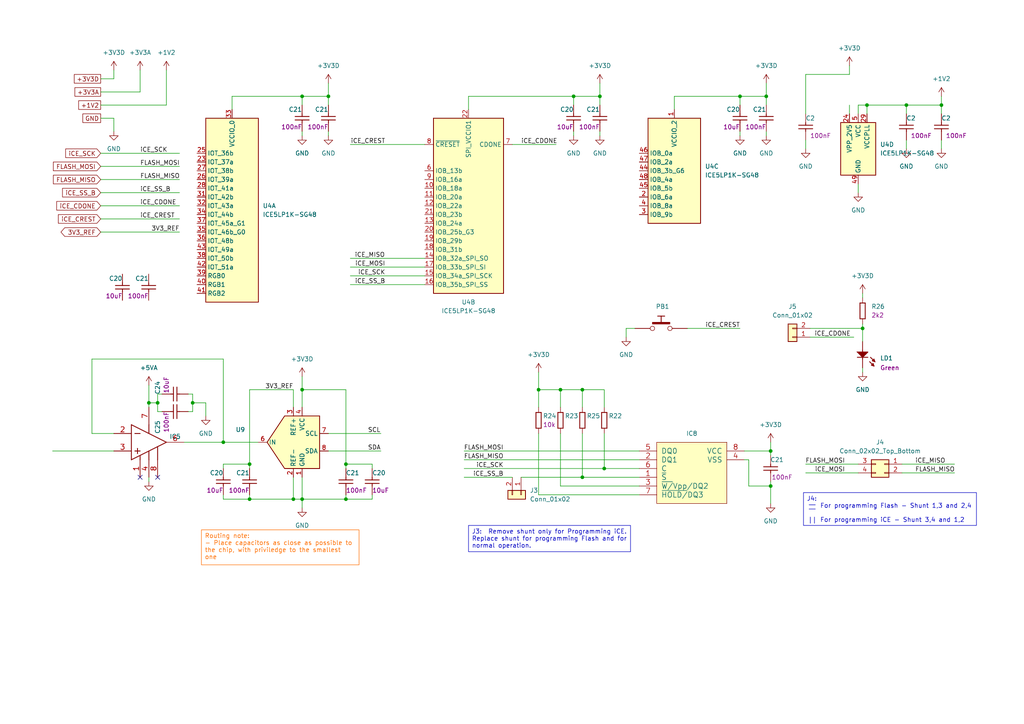
<source format=kicad_sch>
(kicad_sch (version 20230121) (generator eeschema)
  (paper "A4")
  (junction (at 95.25 27.94))
  (junction (at 223.52 130.81))
  (junction (at 250.19 95.25))
  (junction (at 251.46 30.48))
  (junction (at 173.99 27.94))
  (junction (at 214.63 27.94))
  (junction (at 223.52 140.97))
  (junction (at 222.25 27.94))
  (junction (at 45.72 116.84))
  (junction (at 87.63 113.03))
  (junction (at 85.09 144.78))
  (junction (at 162.56 113.03))
  (junction (at 43.18 116.84))
  (junction (at 55.88 116.84))
  (junction (at 72.39 144.78))
  (junction (at 166.37 27.94))
  (junction (at 175.26 135.89))
  (junction (at 168.91 138.43))
  (junction (at 64.77 128.27))
  (junction (at 72.39 134.62))
  (junction (at 100.33 134.62))
  (junction (at 156.21 113.03))
  (junction (at 87.63 144.78))
  (junction (at 262.89 30.48))
  (junction (at 100.33 144.78))
  (junction (at 273.05 30.48))
  (junction (at 168.91 113.03))
  (junction (at 87.63 27.94))
  (no_connect (at 40.64 138.43))
  (no_connect (at 45.72 138.43))
  (wire (pts (xy 276.86 134.62) (xy 261.62 134.62)))
  (wire (pts (xy 223.52 140.97) (xy 223.52 139.7)))
  (wire (pts (xy 54.61 114.3) (xy 55.88 114.3)))
  (wire (pts (xy 156.21 125.73) (xy 156.21 143.51)))
  (wire (pts (xy 273.05 40.64) (xy 273.05 43.18)))
  (wire (pts (xy 55.88 114.3) (xy 55.88 116.84)))
  (wire (pts (xy 29.21 55.88) (xy 52.07 55.88)))
  (wire (pts (xy 135.89 27.94) (xy 135.89 31.75)))
  (wire (pts (xy 64.77 128.27) (xy 64.77 104.14)))
  (wire (pts (xy 151.13 138.43) (xy 168.91 138.43)))
  (wire (pts (xy 246.38 19.05) (xy 246.38 21.59)))
  (wire (pts (xy 72.39 144.78) (xy 85.09 144.78)))
  (wire (pts (xy 222.25 38.1) (xy 222.25 39.37)))
  (wire (pts (xy 95.25 130.81) (xy 110.49 130.81)))
  (wire (pts (xy 181.61 95.25) (xy 181.61 97.79)))
  (wire (pts (xy 262.89 33.02) (xy 262.89 30.48)))
  (wire (pts (xy 100.33 144.78) (xy 87.63 144.78)))
  (wire (pts (xy 72.39 113.03) (xy 85.09 113.03)))
  (wire (pts (xy 26.67 125.73) (xy 33.02 125.73)))
  (wire (pts (xy 199.39 95.25) (xy 214.63 95.25)))
  (wire (pts (xy 185.42 140.97) (xy 162.56 140.97)))
  (wire (pts (xy 45.72 116.84) (xy 45.72 114.3)))
  (wire (pts (xy 29.21 26.67) (xy 40.64 26.67)))
  (wire (pts (xy 55.88 119.38) (xy 54.61 119.38)))
  (wire (pts (xy 217.17 133.35) (xy 217.17 140.97)))
  (wire (pts (xy 72.39 143.51) (xy 72.39 144.78)))
  (wire (pts (xy 156.21 107.95) (xy 156.21 113.03)))
  (wire (pts (xy 29.21 48.26) (xy 52.07 48.26)))
  (wire (pts (xy 234.95 97.79) (xy 247.65 97.79)))
  (wire (pts (xy 52.07 67.31) (xy 29.21 67.31)))
  (wire (pts (xy 100.33 144.78) (xy 107.95 144.78)))
  (wire (pts (xy 195.58 27.94) (xy 214.63 27.94)))
  (wire (pts (xy 262.89 30.48) (xy 273.05 30.48)))
  (wire (pts (xy 222.25 24.13) (xy 222.25 27.94)))
  (wire (pts (xy 43.18 116.84) (xy 43.18 118.11)))
  (wire (pts (xy 250.19 93.98) (xy 250.19 95.25)))
  (wire (pts (xy 233.68 40.64) (xy 233.68 43.18)))
  (wire (pts (xy 251.46 30.48) (xy 251.46 33.02)))
  (wire (pts (xy 29.21 22.86) (xy 33.02 22.86)))
  (wire (pts (xy 87.63 109.22) (xy 87.63 113.03)))
  (wire (pts (xy 85.09 138.43) (xy 85.09 144.78)))
  (wire (pts (xy 250.19 106.68) (xy 250.19 107.95)))
  (wire (pts (xy 134.62 138.43) (xy 148.59 138.43)))
  (wire (pts (xy 123.19 41.91) (xy 101.6 41.91)))
  (wire (pts (xy 166.37 27.94) (xy 166.37 30.48)))
  (wire (pts (xy 273.05 27.94) (xy 273.05 30.48)))
  (wire (pts (xy 156.21 118.11) (xy 156.21 113.03)))
  (wire (pts (xy 223.52 130.81) (xy 223.52 132.08)))
  (wire (pts (xy 101.6 77.47) (xy 123.19 77.47)))
  (wire (pts (xy 250.19 85.09) (xy 250.19 86.36)))
  (wire (pts (xy 55.88 116.84) (xy 55.88 119.38)))
  (wire (pts (xy 107.95 135.89) (xy 107.95 134.62)))
  (wire (pts (xy 248.92 30.48) (xy 251.46 30.48)))
  (wire (pts (xy 168.91 125.73) (xy 168.91 138.43)))
  (wire (pts (xy 101.6 80.01) (xy 123.19 80.01)))
  (wire (pts (xy 45.72 119.38) (xy 45.72 116.84)))
  (wire (pts (xy 43.18 111.76) (xy 43.18 116.84)))
  (wire (pts (xy 148.59 41.91) (xy 161.29 41.91)))
  (wire (pts (xy 95.25 38.1) (xy 95.25 39.37)))
  (wire (pts (xy 233.68 21.59) (xy 233.68 33.02)))
  (wire (pts (xy 40.64 20.32) (xy 40.64 26.67)))
  (wire (pts (xy 251.46 30.48) (xy 262.89 30.48)))
  (wire (pts (xy 64.77 144.78) (xy 64.77 143.51)))
  (wire (pts (xy 233.68 137.16) (xy 248.92 137.16)))
  (wire (pts (xy 175.26 113.03) (xy 175.26 118.11)))
  (wire (pts (xy 175.26 125.73) (xy 175.26 135.89)))
  (wire (pts (xy 168.91 113.03) (xy 175.26 113.03)))
  (wire (pts (xy 173.99 27.94) (xy 173.99 30.48)))
  (wire (pts (xy 276.86 137.16) (xy 261.62 137.16)))
  (wire (pts (xy 223.52 140.97) (xy 223.52 146.05)))
  (wire (pts (xy 100.33 143.51) (xy 100.33 144.78)))
  (wire (pts (xy 173.99 24.13) (xy 173.99 27.94)))
  (wire (pts (xy 173.99 38.1) (xy 173.99 39.37)))
  (wire (pts (xy 59.69 116.84) (xy 55.88 116.84)))
  (wire (pts (xy 100.33 134.62) (xy 100.33 113.03)))
  (wire (pts (xy 246.38 33.02) (xy 246.38 30.48)))
  (wire (pts (xy 135.89 27.94) (xy 166.37 27.94)))
  (wire (pts (xy 29.21 63.5) (xy 52.07 63.5)))
  (wire (pts (xy 233.68 21.59) (xy 246.38 21.59)))
  (wire (pts (xy 195.58 27.94) (xy 195.58 31.75)))
  (wire (pts (xy 45.72 114.3) (xy 46.99 114.3)))
  (wire (pts (xy 248.92 53.34) (xy 248.92 55.88)))
  (wire (pts (xy 64.77 134.62) (xy 72.39 134.62)))
  (wire (pts (xy 33.02 22.86) (xy 33.02 20.32)))
  (wire (pts (xy 134.62 130.81) (xy 185.42 130.81)))
  (wire (pts (xy 33.02 34.29) (xy 33.02 38.1)))
  (wire (pts (xy 262.89 40.64) (xy 262.89 43.18)))
  (wire (pts (xy 87.63 144.78) (xy 87.63 147.32)))
  (wire (pts (xy 26.67 104.14) (xy 26.67 125.73)))
  (wire (pts (xy 168.91 138.43) (xy 185.42 138.43)))
  (wire (pts (xy 214.63 38.1) (xy 214.63 39.37)))
  (wire (pts (xy 123.19 82.55) (xy 101.6 82.55)))
  (wire (pts (xy 67.31 27.94) (xy 67.31 31.75)))
  (wire (pts (xy 87.63 38.1) (xy 87.63 39.37)))
  (wire (pts (xy 134.62 133.35) (xy 185.42 133.35)))
  (wire (pts (xy 162.56 113.03) (xy 168.91 113.03)))
  (wire (pts (xy 233.68 134.62) (xy 248.92 134.62)))
  (wire (pts (xy 46.99 119.38) (xy 45.72 119.38)))
  (wire (pts (xy 215.9 130.81) (xy 223.52 130.81)))
  (wire (pts (xy 53.34 128.27) (xy 64.77 128.27)))
  (wire (pts (xy 162.56 113.03) (xy 162.56 118.11)))
  (wire (pts (xy 59.69 120.65) (xy 59.69 116.84)))
  (wire (pts (xy 175.26 135.89) (xy 185.42 135.89)))
  (wire (pts (xy 29.21 30.48) (xy 48.26 30.48)))
  (wire (pts (xy 107.95 134.62) (xy 100.33 134.62)))
  (wire (pts (xy 162.56 125.73) (xy 162.56 140.97)))
  (wire (pts (xy 64.77 104.14) (xy 26.67 104.14)))
  (wire (pts (xy 222.25 27.94) (xy 222.25 30.48)))
  (wire (pts (xy 134.62 135.89) (xy 175.26 135.89)))
  (wire (pts (xy 215.9 133.35) (xy 217.17 133.35)))
  (wire (pts (xy 184.15 95.25) (xy 181.61 95.25)))
  (wire (pts (xy 72.39 134.62) (xy 72.39 135.89)))
  (wire (pts (xy 87.63 27.94) (xy 87.63 30.48)))
  (wire (pts (xy 43.18 138.43) (xy 43.18 139.7)))
  (wire (pts (xy 29.21 34.29) (xy 33.02 34.29)))
  (wire (pts (xy 72.39 144.78) (xy 64.77 144.78)))
  (wire (pts (xy 185.42 143.51) (xy 156.21 143.51)))
  (wire (pts (xy 101.6 74.93) (xy 123.19 74.93)))
  (wire (pts (xy 223.52 128.27) (xy 223.52 130.81)))
  (wire (pts (xy 250.19 95.25) (xy 250.19 99.06)))
  (wire (pts (xy 64.77 135.89) (xy 64.77 134.62)))
  (wire (pts (xy 168.91 113.03) (xy 168.91 118.11)))
  (wire (pts (xy 29.21 52.07) (xy 52.07 52.07)))
  (wire (pts (xy 214.63 27.94) (xy 214.63 30.48)))
  (wire (pts (xy 29.21 44.45) (xy 52.07 44.45)))
  (wire (pts (xy 217.17 140.97) (xy 223.52 140.97)))
  (wire (pts (xy 95.25 27.94) (xy 95.25 30.48)))
  (wire (pts (xy 87.63 138.43) (xy 87.63 144.78)))
  (wire (pts (xy 15.24 130.81) (xy 33.02 130.81)))
  (wire (pts (xy 43.18 116.84) (xy 45.72 116.84)))
  (wire (pts (xy 29.21 59.69) (xy 52.07 59.69)))
  (wire (pts (xy 166.37 38.1) (xy 166.37 39.37)))
  (wire (pts (xy 67.31 27.94) (xy 87.63 27.94)))
  (wire (pts (xy 85.09 144.78) (xy 87.63 144.78)))
  (wire (pts (xy 87.63 113.03) (xy 87.63 118.11)))
  (wire (pts (xy 166.37 27.94) (xy 173.99 27.94)))
  (wire (pts (xy 156.21 113.03) (xy 162.56 113.03)))
  (wire (pts (xy 273.05 30.48) (xy 273.05 33.02)))
  (wire (pts (xy 214.63 27.94) (xy 222.25 27.94)))
  (wire (pts (xy 234.95 95.25) (xy 250.19 95.25)))
  (wire (pts (xy 87.63 27.94) (xy 95.25 27.94)))
  (wire (pts (xy 48.26 20.32) (xy 48.26 30.48)))
  (wire (pts (xy 100.33 134.62) (xy 100.33 135.89)))
  (wire (pts (xy 72.39 134.62) (xy 72.39 113.03)))
  (wire (pts (xy 95.25 125.73) (xy 110.49 125.73)))
  (wire (pts (xy 107.95 144.78) (xy 107.95 143.51)))
  (wire (pts (xy 100.33 113.03) (xy 87.63 113.03)))
  (wire (pts (xy 64.77 128.27) (xy 74.93 128.27)))
  (wire (pts (xy 248.92 33.02) (xy 248.92 30.48)))
  (wire (pts (xy 95.25 24.13) (xy 95.25 27.94)))
  (wire (pts (xy 85.09 118.11) (xy 85.09 113.03)))
  (text_box "Routing note:\n- Place capacitors as close as possible to the chip, with priviledge to the smallest one" (at 58.42 153.67 0) (size 45.72 10.16) (stroke (width 0) (color 255 109 0 1)) (effects (font (size 1.27 1.27)) (justify left top)))
  (text_box "J4:\n    For programming Flash - Shunt 1,3 and 2,4\n\n    For programming iCE - Shunt 3,4 and 1,2 " (at 233.045 142.875 0) (size 50.165 9.525) (effects (font (size 1.27 1.27)) (justify left top)))
  (text_box "J3:  Remove shunt only for Programming iCE.\nReplace shunt for programming Flash and for normal operation." (at 135.89 152.4 0) (size 46.99 7.62) (effects (font (size 1.27 1.27)) (justify left top)))
  (text "||" (at 236.22 148.59 90) (effects (font (size 1.27 1.27)) (justify left bottom)))
  (text "||" (at 234.315 151.765 0) (effects (font (size 1.27 1.27)) (justify left bottom)))
  (label "iCE_MISO" (at 102.87 74.93 0))
  (label "iCE_SCK" (at 146.05 135.89 180))
  (label "FLASH_MOSI" (at 40.64 48.26 0))
  (label "iCE_CDONE" (at 151.13 41.91 0))
  (label "SCL" (at 106.68 125.73 0))
  (label "FLASH_MISO" (at 40.64 52.07 0))
  (label "iCE_CDONE" (at 236.22 97.79 0))
  (label "FLASH_MISO" (at 265.43 137.16 0))
  (label "iCE_CREST" (at 111.76 41.91 180))
  (label "FLASH_MISO" (at 146.05 133.35 180))
  (label "iCE_MOSI" (at 245.11 137.16 180))
  (label "iCE_SS_B" (at 40.64 55.88 0))
  (label "iCE_SCK" (at 111.76 80.01 180))
  (label "iCE_MOSI" (at 111.76 77.47 180))
  (label "iCE_CDONE" (at 40.64 59.69 0))
  (label "FLASH_MOSI" (at 146.05 130.81 180))
  (label "3V3_REF" (at 52.07 67.31 180))
  (label "iCE_CREST" (at 214.63 95.25 180))
  (label "3V3_REF" (at 85.09 113.03 180))
  (label "iCE_SCK" (at 40.64 44.45 0))
  (label "iCE_CREST" (at 40.64 63.5 0))
  (label "SDA" (at 106.68 130.81 0))
  (label "iCE_MISO" (at 265.43 134.62 0))
  (label "iCE_SS_B" (at 146.05 138.43 180))
  (label "FLASH_MOSI" (at 245.11 134.62 180))
  (label "iCE_SS_B" (at 111.76 82.55 180))
  (global_label "iCE_SCK" (shape input) (at 29.21 44.45 180) (property "Intersheetrefs" "${INTERSHEET_REFS}" (effects hide)))
  (global_label "+3V3A" (shape passive) (at 29.21 26.67 180) (property "Intersheetrefs" "${INTERSHEET_REFS}" (effects hide)))
  (global_label "GND" (shape passive) (at 29.21 34.29 180) (property "Intersheetrefs" "${INTERSHEET_REFS}" (effects hide)))
  (global_label "iCE_CDONE" (shape input) (at 29.21 59.69 180) (property "Intersheetrefs" "${INTERSHEET_REFS}" (effects hide)))
  (global_label "+3V3D" (shape passive) (at 29.21 22.86 180) (property "Intersheetrefs" "${INTERSHEET_REFS}" (effects hide)))
  (global_label "iCE_CREST" (shape input) (at 29.21 63.5 180) (property "Intersheetrefs" "${INTERSHEET_REFS}" (effects hide)))
  (global_label "FLASH_MOSI" (shape input) (at 29.21 48.26 180) (property "Intersheetrefs" "${INTERSHEET_REFS}" (effects hide)))
  (global_label "3V3_REF" (shape bidirectional) (at 29.21 67.31 180) (property "Intersheetrefs" "${INTERSHEET_REFS}" (effects hide)))
  (global_label "+1V2" (shape passive) (at 29.21 30.48 180) (property "Intersheetrefs" "${INTERSHEET_REFS}" (effects hide)))
  (global_label "FLASH_MISO" (shape input) (at 29.21 52.07 180) (property "Intersheetrefs" "${INTERSHEET_REFS}" (effects hide)))
  (global_label "iCE_SS_B" (shape input) (at 29.21 55.88 180) (property "Intersheetrefs" "${INTERSHEET_REFS}" (effects hide)))
  (symbol (lib_id "Capacitors SMD:CC0603_100NF_50V_10%_X7R") (at 222.25 30.48 90) (mirror x) (unit 1)
    (property "Reference" "C21" (at 222.25 31.75 90) (effects (justify left)))
    (property "Value" "CC0603_100NF_50V_10%_X7R" (effects hide))
    (property "Footprint" "Capacitors SMD:CAPC1608X87N" (effects hide))
    (property "Datasheet" "\\\\cern.ch\\dfs\\Applications\\Altium\\Datasheets\\CC0603_X7R_PHYCOMP.pdf" (effects hide))
    (property "Val" "100nF" (at 222.25 36.83 90) (effects (justify left)))
    (property "Part Number" "CC0603_100NF_50V_10%_X7R" (effects hide))
    (property "Library Ref" "Capacitor - non polarized" (effects hide))
    (property "Library Path" "SchLib\\Capacitors.SchLib" (effects hide))
    (property "Comment" "100nF" (effects hide))
    (property "Component Kind" "Standard" (effects hide))
    (property "Component Type" "Standard" (effects hide))
    (property "Pin Count" "2" (effects hide))
    (property "Footprint Path" "PcbLib\\Capacitors SMD.PcbLib" (effects hide))
    (property "Footprint Ref" "CAPC1608X87N" (effects hide))
    (property "PackageDescription" " " (effects hide))
    (property "Status" "Preferred" (effects hide))
    (property "Status Comment" " " (effects hide))
    (property "Voltage" "50V" (effects hide))
    (property "TC" "X7R" (effects hide))
    (property "Tolerance" "±10%" (effects hide))
    (property "Part Description" "SMD Multilayer Chip Ceramic Capacitor" (effects hide))
    (property "Manufacturer" "GENERIC" (effects hide))
    (property "Manufacturer Part Number" "CC0603_100NF_50V_10%_X7R" (effects hide))
    (property "Case" "0603" (effects hide))
    (property "Mounted" "Yes" (effects hide))
    (property "Socket" "No" (effects hide))
    (property "SMD" "Yes" (effects hide))
    (property "PressFit" " " (effects hide))
    (property "Sense" "No" (effects hide))
    (property "Sense Comment" " " (effects hide))
    (property "ComponentHeight" " " (effects hide))
    (property "Manufacturer1 Example" "PHYCOMP" (effects hide))
    (property "Manufacturer1 Part Number" "223858615649" (effects hide))
    (property "Manufacturer1 ComponentHeight" "0.87mm" (effects hide))
    (property "HelpURL" "\\\\cern.ch\\dfs\\Applications\\Altium\\Datasheets\\CC0603_X7R_PHYCOMP.pdf" (effects hide))
    (property "Author" "CERN DEM JLC" (effects hide))
    (property "CreateDate" "12/03/07 00:00:00" (effects hide))
    (property "LatestRevisionDate" "12/03/07 00:00:00" (effects hide))
    (property "Database Table Name" "Capacitors" (effects hide))
    (property "Library Name" "Capacitors SMD" (effects hide))
    (property "Footprint Library" "Capacitors SMD" (effects hide))
    (property "License" "This work is licensed under the Creative Commons CC-BY-SA 4.0 License. To the extent that circuit schematics that use Licensed Material can be considered to be ‘Adapted Material’, then the copyright holder waives article 3.b of the license with respect to these schematics." (effects hide))
    (instances (project "Accurate_Eval" (path "" (reference "C21") (unit 1)) (path "" (reference "C32") (unit 1))))
  )
  (symbol (lib_id "symbol_lib:+3V3D") (at 33.02 20.32 0) (unit 1)
    (property "Reference" "#PWR032" (effects hide))
    (property "Value" "+3V3D" (at 33.02 15.24 0))
    (instances (project "Accurate_Eval" (path "" (reference "#PWR032") (unit 1)) (path "" (reference "#PWR0100") (unit 1))))
  )
  (symbol (lib_id "Capacitors SMD:CC0603_10UF_25V_20%_X5R") (at 166.37 30.48 90) (mirror x) (unit 1)
    (property "Reference" "C20" (at 166.37 31.75 90) (effects (justify left)))
    (property "Value" "CC0603_10UF_25V_20%_X5R" (effects hide))
    (property "Footprint" "Capacitors SMD:CAPC1709X100N" (effects hide))
    (property "Datasheet" "\\\\cern.ch\\dfs\\Applications\\Altium\\Datasheets\\CC0603_X5R_TDK_C.pdf" (effects hide))
    (property "Val" "10uF" (at 166.37 36.83 90) (effects (justify left)))
    (property "Part Number" "CC0603_10UF_25V_20%_X5R" (effects hide))
    (property "Library Ref" "Capacitor - non polarized" (effects hide))
    (property "Library Path" "SchLib\\Capacitors.SchLib" (effects hide))
    (property "Comment" "10uF" (effects hide))
    (property "Component Kind" "Standard" (effects hide))
    (property "Component Type" "Standard" (effects hide))
    (property "Pin Count" "2" (effects hide))
    (property "Footprint Path" "PcbLib\\Capacitors SMD.PcbLib" (effects hide))
    (property "Footprint Ref" "CAPC1709X100N" (effects hide))
    (property "PackageDescription" " " (effects hide))
    (property "Status" "None" (effects hide))
    (property "Status Comment" " " (effects hide))
    (property "Voltage" "25V" (effects hide))
    (property "TC" "X5R" (effects hide))
    (property "Tolerance" "±20%" (effects hide))
    (property "Part Description" "SMD Multilayer Chip Ceramic Capacitor" (effects hide))
    (property "Manufacturer" "GENERIC" (effects hide))
    (property "Manufacturer Part Number" "CC0603_10UF_25V_20%_X5R" (effects hide))
    (property "Case" "0603" (effects hide))
    (property "Mounted" "Yes" (effects hide))
    (property "Socket" "No" (effects hide))
    (property "SMD" "Yes" (effects hide))
    (property "PressFit" " " (effects hide))
    (property "Sense" "No" (effects hide))
    (property "Sense Comment" " " (effects hide))
    (property "ComponentHeight" " " (effects hide))
    (property "Manufacturer1 Example" "TDK" (effects hide))
    (property "Manufacturer1 Part Number" "C1608X5R1E106M080" (effects hide))
    (property "Manufacturer1 ComponentHeight" "1mm" (effects hide))
    (property "HelpURL" "\\\\cern.ch\\dfs\\Applications\\Altium\\Datasheets\\CC0603_X5R_TDK_C.pdf" (effects hide))
    (property "Author" "CERN DEM BC" (effects hide))
    (property "CreateDate" "07/01/20 00:00:00" (effects hide))
    (property "LatestRevisionDate" "07/01/20 00:00:00" (effects hide))
    (property "Database Table Name" "Capacitors" (effects hide))
    (property "Library Name" "Capacitors SMD" (effects hide))
    (property "Footprint Library" "Capacitors SMD" (effects hide))
    (property "License" "This work is licensed under the Creative Commons CC-BY-SA 4.0 License. To the extent that circuit schematics that use Licensed Material can be considered to be ‘Adapted Material’, then the copyright holder waives article 3.b of the license with respect to these schematics." (effects hide))
    (instances (project "Accurate_Eval" (path "" (reference "C20") (unit 1)) (path "" (reference "C35") (unit 1))))
  )
  (symbol (lib_id "power:+1V2") (at 48.26 20.32 0) (mirror y) (unit 1)
    (property "Reference" "#PWR0104" (effects hide))
    (property "Value" "+1V2" (at 48.26 15.24 0))
    (instances (project "Accurate_Eval" (path "" (reference "#PWR0104") (unit 1)) (path "" (reference "#PWR0105") (unit 1))))
  )
  (symbol (lib_id "Capacitors SMD:CC0603_10UF_25V_20%_X5R") (at 107.95 135.89 270) (unit 1)
    (property "Reference" "C20" (at 107.95 137.16 90) (effects (justify left)))
    (property "Value" "CC0603_10UF_25V_20%_X5R" (effects hide))
    (property "Footprint" "Capacitors SMD:CAPC1709X100N" (effects hide))
    (property "Datasheet" "\\\\cern.ch\\dfs\\Applications\\Altium\\Datasheets\\CC0603_X5R_TDK_C.pdf" (effects hide))
    (property "Val" "10uF" (at 107.95 142.24 90) (effects (justify left)))
    (property "Part Number" "CC0603_10UF_25V_20%_X5R" (effects hide))
    (property "Library Ref" "Capacitor - non polarized" (effects hide))
    (property "Library Path" "SchLib\\Capacitors.SchLib" (effects hide))
    (property "Comment" "10uF" (effects hide))
    (property "Component Kind" "Standard" (effects hide))
    (property "Component Type" "Standard" (effects hide))
    (property "Pin Count" "2" (effects hide))
    (property "Footprint Path" "PcbLib\\Capacitors SMD.PcbLib" (effects hide))
    (property "Footprint Ref" "CAPC1709X100N" (effects hide))
    (property "PackageDescription" " " (effects hide))
    (property "Status" "None" (effects hide))
    (property "Status Comment" " " (effects hide))
    (property "Voltage" "25V" (effects hide))
    (property "TC" "X5R" (effects hide))
    (property "Tolerance" "±20%" (effects hide))
    (property "Part Description" "SMD Multilayer Chip Ceramic Capacitor" (effects hide))
    (property "Manufacturer" "GENERIC" (effects hide))
    (property "Manufacturer Part Number" "CC0603_10UF_25V_20%_X5R" (effects hide))
    (property "Case" "0603" (effects hide))
    (property "Mounted" "Yes" (effects hide))
    (property "Socket" "No" (effects hide))
    (property "SMD" "Yes" (effects hide))
    (property "PressFit" " " (effects hide))
    (property "Sense" "No" (effects hide))
    (property "Sense Comment" " " (effects hide))
    (property "ComponentHeight" " " (effects hide))
    (property "Manufacturer1 Example" "TDK" (effects hide))
    (property "Manufacturer1 Part Number" "C1608X5R1E106M080" (effects hide))
    (property "Manufacturer1 ComponentHeight" "1mm" (effects hide))
    (property "HelpURL" "\\\\cern.ch\\dfs\\Applications\\Altium\\Datasheets\\CC0603_X5R_TDK_C.pdf" (effects hide))
    (property "Author" "CERN DEM BC" (effects hide))
    (property "CreateDate" "07/01/20 00:00:00" (effects hide))
    (property "LatestRevisionDate" "07/01/20 00:00:00" (effects hide))
    (property "Database Table Name" "Capacitors" (effects hide))
    (property "Library Name" "Capacitors SMD" (effects hide))
    (property "Footprint Library" "Capacitors SMD" (effects hide))
    (property "License" "This work is licensed under the Creative Commons CC-BY-SA 4.0 License. To the extent that circuit schematics that use Licensed Material can be considered to be ‘Adapted Material’, then the copyright holder waives article 3.b of the license with respect to these schematics." (effects hide))
    (instances (project "Accurate_Eval" (path "" (reference "C20") (unit 1)) (path "" (reference "C60") (unit 1))))
  )
  (symbol (lib_id "power:GND") (at 262.89 43.18 0) (unit 1)
    (property "Reference" "#PWR053" (effects hide))
    (property "Value" "GND" (at 262.89 48.26 0))
  )
  (symbol (lib_id "symbol_lib:+3V3D") (at 222.25 24.13 0) (unit 1)
    (property "Reference" "#PWR056" (effects hide))
    (property "Value" "+3V3D" (at 222.25 19.05 0))
  )
  (symbol (lib_id "power:GND") (at 95.25 39.37 0) (mirror y) (unit 1)
    (property "Reference" "#PWR026" (effects hide))
    (property "Value" "GND" (at 95.25 44.45 0))
    (instances (project "Accurate_Eval" (path "" (reference "#PWR026") (unit 1)) (path "" (reference "#PWR063") (unit 1))))
  )
  (symbol (lib_id "power:GND") (at 181.61 97.79 0) (unit 1)
    (property "Reference" "#PWR065" (effects hide))
    (property "Value" "GND" (at 181.61 102.87 0))
  )
  (symbol (lib_id "Connector_Generic:Conn_01x02") (at 151.13 143.51 270) (unit 1)
    (property "Reference" "J3" (at 153.67 142.24 90) (effects (justify left)))
    (property "Value" "Conn_01x02" (at 153.67 144.78 90) (effects (justify left)))
  )
  (symbol (lib_id "LEDs & Displays:LED_LITEON_LTST-C193KGKT-5A") (at 250.19 102.87 270) (unit 1)
    (property "Reference" "LD1" (at 255.27 103.886 90) (effects (justify left)))
    (property "Value" "LED_LITEON_LTST-C193KGKT-5A" (effects hide))
    (property "Footprint" "ICs And Semiconductors SMD:LED_LITEON_LTST-C193KGKT-5A" (effects hide))
    (property "Datasheet" "\\\\cern.ch\\dfs\\Applications\\Altium\\Datasheets\\LED_LITEON_LTST-C193KGKT-5A.pdf" (effects hide))
    (property "Color" "Green" (at 255.27 106.68 90) (effects (justify left)))
    (property "Part Number" "LED_LITEON_LTST-C193KGKT-5A" (effects hide))
    (property "Library Ref" "LED Green 1C 2A" (effects hide))
    (property "Library Path" "SchLib\\LEDs & Displays.SchLib" (effects hide))
    (property "Comment" " " (effects hide))
    (property "Component Kind" "Standard" (effects hide))
    (property "Component Type" "Standard" (effects hide))
    (property "Device" " " (effects hide))
    (property "PackageDescription" "SMD AlInGaP Green LED, Lens Water Clear, 2-Leads, Body 1.6x0.8mm" (effects hide))
    (property "Status" " " (effects hide))
    (property "Part Description" "Extra Thin SMD Chip LED, Ultra Bright AlInGaP Green, Lens Water Clear" (effects hide))
    (property "Manufacturer" "LITE-ON SEMICONDUCTOR" (effects hide))
    (property "Manufacturer Part Number" "LTST-C193KGKT-5A" (effects hide))
    (property "Pin Count" "2" (effects hide))
    (property "Case" "0603" (effects hide))
    (property "Mounted" "Yes" (effects hide))
    (property "Socket" "No" (effects hide))
    (property "SMD" "Yes" (effects hide))
    (property "PressFit" "No" (effects hide))
    (property "Sense Comment" " " (effects hide))
    (property "Sense" "No" (effects hide))
    (property "Bonding" "No" (effects hide))
    (property "Status Comment" " " (effects hide))
    (property "ComponentHeight" "0.35mm" (effects hide))
    (property "Footprint Path" "PcbLib\\ICs And Semiconductors SMD.PcbLib" (effects hide))
    (property "Footprint Ref" "LED_LITEON_LTST-C193KGKT-5A" (effects hide))
    (property "HelpURL" "\\\\cern.ch\\dfs\\Applications\\Altium\\Datasheets\\LED_LITEON_LTST-C193KGKT-5A.pdf" (effects hide))
    (property "ComponentLink1URL" " " (effects hide))
    (property "ComponentLink1Description" " " (effects hide))
    (property "ComponentLink2URL" " " (effects hide))
    (property "ComponentLink2Description" " " (effects hide))
    (property "Author" "CERN DEM BC" (effects hide))
    (property "CreateDate" "11/11/20 00:00:00" (effects hide))
    (property "LatestRevisionDate" "11/11/20 00:00:00" (effects hide))
    (property "Database Table Name" "ICs And Semiconductors" (effects hide))
    (property "Library Name" "LEDs & Displays" (effects hide))
    (property "Footprint Library" "ICs And Semiconductors SMD" (effects hide))
    (property "License" "This work is licensed under the Creative Commons CC-BY-SA 4.0 License. To the extent that circuit schematics that use Licensed Material can be considered to be ‘Adapted Material’, then the copyright holder waives article 3.b of the license with respect to these schematics." (effects hide))
  )
  (symbol (lib_id "symbol_lib:+3V3D") (at 223.52 128.27 0) (unit 1)
    (property "Reference" "#PWR097" (effects hide))
    (property "Value" "+3V3D" (at 223.52 123.19 0))
  )
  (symbol (lib_name "R0603_10K_1%_0.1W_100PPM_2") (lib_id "Resistors SMD:R0603_10K_1%_0.1W_100PPM") (at 156.21 125.73 90) (unit 1)
    (property "Reference" "R24" (at 157.48 120.65 90) (effects (justify right)))
    (property "Value" "R0603_10K_1%_0.1W_100PPM" (effects hide))
    (property "Footprint" "Resistors SMD:RESC1608X55N" (effects hide))
    (property "Datasheet" "\\\\cern.ch\\dfs\\Applications\\Altium\\Datasheets\\R0603_NIC_NRC.pdf" (effects hide))
    (property "Tolerance" "±1%" (effects hide))
    (property "Val" "10k" (at 157.48 123.19 90) (effects (justify right)))
    (property "Part Number" "R0603_10K_1%_0.1W_100PPM" (effects hide))
    (property "Library Ref" "Resistor - 1%" (effects hide))
    (property "Library Path" "SchLib\\Resistors.SchLib" (effects hide))
    (property "Comment" "10k" (effects hide))
    (property "Component Kind" "Standard" (effects hide))
    (property "Component Type" "Standard" (effects hide))
    (property "PackageDescription" " " (effects hide))
    (property "Pin Count" "2" (effects hide))
    (property "Footprint Path" "PcbLib\\Resistors SMD.PcbLib" (effects hide))
    (property "Footprint Ref" "RESC1608X55N" (effects hide))
    (property "Status" "Preferred" (effects hide))
    (property "Power" "0.1W" (effects hide))
    (property "TC" "±100ppm/°C" (effects hide))
    (property "Voltage" " " (effects hide))
    (property "Part Description" "General Purpose Thick Film Chip Resistor" (effects hide))
    (property "Manufacturer" "GENERIC" (effects hide))
    (property "Manufacturer Part Number" "R0603_10K_1%_0.1W_100PPM" (effects hide))
    (property "Case" "0603" (effects hide))
    (property "PressFit" "No" (effects hide))
    (property "Mounted" "Yes" (effects hide))
    (property "Sense Comment" " " (effects hide))
    (property "Sense" "No" (effects hide))
    (property "Status Comment" " " (effects hide))
    (property "Socket" "No" (effects hide))
    (property "SMD" "Yes" (effects hide))
    (property "ComponentHeight" " " (effects hide))
    (property "Manufacturer1 Example" "NIC COMPONENT" (effects hide))
    (property "Manufacturer1 Part Number" "NRC06F1002TRF" (effects hide))
    (property "Manufacturer1 ComponentHeight" "0.55mm" (effects hide))
    (property "HelpURL" "\\\\cern.ch\\dfs\\Applications\\Altium\\Datasheets\\R0603_NIC_NRC.pdf" (effects hide))
    (property "Author" "CERN DEM JLC" (effects hide))
    (property "CreateDate" "12/03/07 00:00:00" (effects hide))
    (property "LatestRevisionDate" "03/13/08 00:00:00" (effects hide))
    (property "Database Table Name" "Resistors" (effects hide))
    (property "Library Name" "Resistors SMD" (effects hide))
    (property "Footprint Library" "Resistors SMD" (effects hide))
    (property "License" "This work is licensed under the Creative Commons CC-BY-SA 4.0 License. To the extent that circuit schematics that use Licensed Material can be considered to be ‘Adapted Material’, then the copyright holder waives article 3.b of the license with respect to these schematics." (effects hide))
  )
  (symbol (lib_id "Capacitors SMD:CC0603_100NF_50V_10%_X7R") (at 100.33 135.89 270) (unit 1)
    (property "Reference" "C21" (at 100.33 137.16 90) (effects (justify left)))
    (property "Value" "CC0603_100NF_50V_10%_X7R" (effects hide))
    (property "Footprint" "Capacitors SMD:CAPC1608X87N" (effects hide))
    (property "Datasheet" "\\\\cern.ch\\dfs\\Applications\\Altium\\Datasheets\\CC0603_X7R_PHYCOMP.pdf" (effects hide))
    (property "Val" "100nF" (at 100.33 142.24 90) (effects (justify left)))
    (property "Part Number" "CC0603_100NF_50V_10%_X7R" (effects hide))
    (property "Library Ref" "Capacitor - non polarized" (effects hide))
    (property "Library Path" "SchLib\\Capacitors.SchLib" (effects hide))
    (property "Comment" "100nF" (effects hide))
    (property "Component Kind" "Standard" (effects hide))
    (property "Component Type" "Standard" (effects hide))
    (property "Pin Count" "2" (effects hide))
    (property "Footprint Path" "PcbLib\\Capacitors SMD.PcbLib" (effects hide))
    (property "Footprint Ref" "CAPC1608X87N" (effects hide))
    (property "PackageDescription" " " (effects hide))
    (property "Status" "Preferred" (effects hide))
    (property "Status Comment" " " (effects hide))
    (property "Voltage" "50V" (effects hide))
    (property "TC" "X7R" (effects hide))
    (property "Tolerance" "±10%" (effects hide))
    (property "Part Description" "SMD Multilayer Chip Ceramic Capacitor" (effects hide))
    (property "Manufacturer" "GENERIC" (effects hide))
    (property "Manufacturer Part Number" "CC0603_100NF_50V_10%_X7R" (effects hide))
    (property "Case" "0603" (effects hide))
    (property "Mounted" "Yes" (effects hide))
    (property "Socket" "No" (effects hide))
    (property "SMD" "Yes" (effects hide))
    (property "PressFit" " " (effects hide))
    (property "Sense" "No" (effects hide))
    (property "Sense Comment" " " (effects hide))
    (property "ComponentHeight" " " (effects hide))
    (property "Manufacturer1 Example" "PHYCOMP" (effects hide))
    (property "Manufacturer1 Part Number" "223858615649" (effects hide))
    (property "Manufacturer1 ComponentHeight" "0.87mm" (effects hide))
    (property "HelpURL" "\\\\cern.ch\\dfs\\Applications\\Altium\\Datasheets\\CC0603_X7R_PHYCOMP.pdf" (effects hide))
    (property "Author" "CERN DEM JLC" (effects hide))
    (property "CreateDate" "12/03/07 00:00:00" (effects hide))
    (property "LatestRevisionDate" "12/03/07 00:00:00" (effects hide))
    (property "Database Table Name" "Capacitors" (effects hide))
    (property "Library Name" "Capacitors SMD" (effects hide))
    (property "Footprint Library" "Capacitors SMD" (effects hide))
    (property "License" "This work is licensed under the Creative Commons CC-BY-SA 4.0 License. To the extent that circuit schematics that use Licensed Material can be considered to be ‘Adapted Material’, then the copyright holder waives article 3.b of the license with respect to these schematics." (effects hide))
    (instances (project "Accurate_Eval" (path "" (reference "C21") (unit 1)) (path "" (reference "C61") (unit 1))))
  )
  (symbol (lib_id "symbol_lib:+3V3D") (at 250.19 85.09 0) (unit 1)
    (property "Reference" "#PWR099" (effects hide))
    (property "Value" "+3V3D" (at 250.19 80.01 0))
  )
  (symbol (lib_id "Analog_ADC:LTC2451xDDB") (at 85.09 128.27 0) (unit 1)
    (property "Reference" "U9" (at 69.723 124.6221 0))
    (property "Value" "LTC2451xDDB" (effects hide))
    (property "Footprint" "Package_DFN_QFN:DFN-8-1EP_2x3mm_P0.5mm_EP0.56x2.15mm" (effects hide))
    (property "Datasheet" "https://www.analog.com/media/en/technical-documentation/data-sheets/2451fg.pdf" (effects hide))
  )
  (symbol (lib_id "Capacitors SMD:CC0603_100NF_50V_10%_X7R") (at 273.05 33.02 270) (unit 1)
    (property "Reference" "C2" (at 273.05 34.29 90) (effects (justify left)))
    (property "Value" "CC0603_100NF_50V_10%_X7R" (effects hide))
    (property "Footprint" "Capacitors SMD:CAPC1608X87N" (effects hide))
    (property "Datasheet" "\\\\cern.ch\\dfs\\Applications\\Altium\\Datasheets\\CC0603_X7R_PHYCOMP.pdf" (effects hide))
    (property "Val" "100nF" (at 274.32 39.37 90) (effects (justify left)))
    (property "Part Number" "CC0603_100NF_50V_10%_X7R" (effects hide))
    (property "Library Ref" "Capacitor - non polarized" (effects hide))
    (property "Library Path" "SchLib\\Capacitors.SchLib" (effects hide))
    (property "Comment" "100nF" (effects hide))
    (property "Component Kind" "Standard" (effects hide))
    (property "Component Type" "Standard" (effects hide))
    (property "Pin Count" "2" (effects hide))
    (property "Footprint Path" "PcbLib\\Capacitors SMD.PcbLib" (effects hide))
    (property "Footprint Ref" "CAPC1608X87N" (effects hide))
    (property "PackageDescription" " " (effects hide))
    (property "Status" "Preferred" (effects hide))
    (property "Status Comment" " " (effects hide))
    (property "Voltage" "50V" (effects hide))
    (property "TC" "X7R" (effects hide))
    (property "Tolerance" "±10%" (effects hide))
    (property "Part Description" "SMD Multilayer Chip Ceramic Capacitor" (effects hide))
    (property "Manufacturer" "GENERIC" (effects hide))
    (property "Manufacturer Part Number" "CC0603_100NF_50V_10%_X7R" (effects hide))
    (property "Case" "0603" (effects hide))
    (property "Mounted" "Yes" (effects hide))
    (property "Socket" "No" (effects hide))
    (property "SMD" "Yes" (effects hide))
    (property "PressFit" " " (effects hide))
    (property "Sense" "No" (effects hide))
    (property "Sense Comment" " " (effects hide))
    (property "ComponentHeight" " " (effects hide))
    (property "Manufacturer1 Example" "PHYCOMP" (effects hide))
    (property "Manufacturer1 Part Number" "223858615649" (effects hide))
    (property "Manufacturer1 ComponentHeight" "0.87mm" (effects hide))
    (property "HelpURL" "\\\\cern.ch\\dfs\\Applications\\Altium\\Datasheets\\CC0603_X7R_PHYCOMP.pdf" (effects hide))
    (property "Author" "CERN DEM JLC" (effects hide))
    (property "CreateDate" "12/03/07 00:00:00" (effects hide))
    (property "LatestRevisionDate" "12/03/07 00:00:00" (effects hide))
    (property "Database Table Name" "Capacitors" (effects hide))
    (property "Library Name" "Capacitors SMD" (effects hide))
    (property "Footprint Library" "Capacitors SMD" (effects hide))
    (property "License" "This work is licensed under the Creative Commons CC-BY-SA 4.0 License. To the extent that circuit schematics that use Licensed Material can be considered to be ‘Adapted Material’, then the copyright holder waives article 3.b of the license with respect to these schematics." (effects hide))
    (instances (project "Accurate_Eval" (path "" (reference "C2") (unit 1)) (path "" (reference "C30") (unit 1))))
  )
  (symbol (lib_id "symbol_lib:+3V3A") (at 40.64 20.32 0) (unit 1)
    (property "Reference" "#PWR033" (effects hide))
    (property "Value" "+3V3A" (at 40.64 15.24 0))
    (instances (project "Accurate_Eval" (path "" (reference "#PWR033") (unit 1)) (path "" (reference "#PWR0102") (unit 1))))
  )
  (symbol (lib_id "power:GND") (at 173.99 39.37 0) (mirror y) (unit 1)
    (property "Reference" "#PWR026" (effects hide))
    (property "Value" "GND" (at 173.99 44.45 0))
    (instances (project "Accurate_Eval" (path "" (reference "#PWR026") (unit 1)) (path "" (reference "#PWR060") (unit 1))))
  )
  (symbol (lib_id "Capacitors SMD:CC0603_100NF_50V_10%_X7R") (at 43.1292 79.502 90) (mirror x) (unit 1)
    (property "Reference" "C21" (at 43.1292 80.772 90) (effects (justify left)))
    (property "Value" "CC0603_100NF_50V_10%_X7R" (effects hide))
    (property "Footprint" "Capacitors SMD:CAPC1608X87N" (effects hide))
    (property "Datasheet" "\\\\cern.ch\\dfs\\Applications\\Altium\\Datasheets\\CC0603_X7R_PHYCOMP.pdf" (effects hide))
    (property "Val" "100nF" (at 43.1292 85.852 90) (effects (justify left)))
    (property "Part Number" "CC0603_100NF_50V_10%_X7R" (effects hide))
    (property "Library Ref" "Capacitor - non polarized" (effects hide))
    (property "Library Path" "SchLib\\Capacitors.SchLib" (effects hide))
    (property "Comment" "100nF" (effects hide))
    (property "Component Kind" "Standard" (effects hide))
    (property "Component Type" "Standard" (effects hide))
    (property "Pin Count" "2" (effects hide))
    (property "Footprint Path" "PcbLib\\Capacitors SMD.PcbLib" (effects hide))
    (property "Footprint Ref" "CAPC1608X87N" (effects hide))
    (property "PackageDescription" " " (effects hide))
    (property "Status" "Preferred" (effects hide))
    (property "Status Comment" " " (effects hide))
    (property "Voltage" "50V" (effects hide))
    (property "TC" "X7R" (effects hide))
    (property "Tolerance" "±10%" (effects hide))
    (property "Part Description" "SMD Multilayer Chip Ceramic Capacitor" (effects hide))
    (property "Manufacturer" "GENERIC" (effects hide))
    (property "Manufacturer Part Number" "CC0603_100NF_50V_10%_X7R" (effects hide))
    (property "Case" "0603" (effects hide))
    (property "Mounted" "Yes" (effects hide))
    (property "Socket" "No" (effects hide))
    (property "SMD" "Yes" (effects hide))
    (property "PressFit" " " (effects hide))
    (property "Sense" "No" (effects hide))
    (property "Sense Comment" " " (effects hide))
    (property "ComponentHeight" " " (effects hide))
    (property "Manufacturer1 Example" "PHYCOMP" (effects hide))
    (property "Manufacturer1 Part Number" "223858615649" (effects hide))
    (property "Manufacturer1 ComponentHeight" "0.87mm" (effects hide))
    (property "HelpURL" "\\\\cern.ch\\dfs\\Applications\\Altium\\Datasheets\\CC0603_X7R_PHYCOMP.pdf" (effects hide))
    (property "Author" "CERN DEM JLC" (effects hide))
    (property "CreateDate" "12/03/07 00:00:00" (effects hide))
    (property "LatestRevisionDate" "12/03/07 00:00:00" (effects hide))
    (property "Database Table Name" "Capacitors" (effects hide))
    (property "Library Name" "Capacitors SMD" (effects hide))
    (property "Footprint Library" "Capacitors SMD" (effects hide))
    (property "License" "This work is licensed under the Creative Commons CC-BY-SA 4.0 License. To the extent that circuit schematics that use Licensed Material can be considered to be ‘Adapted Material’, then the copyright holder waives article 3.b of the license with respect to these schematics." (effects hide))
    (instances (project "Accurate_Eval" (path "" (reference "C21") (unit 1)) (path "" (reference "C57") (unit 1))))
  )
  (symbol (lib_id "power:GND") (at 166.37 39.37 0) (mirror y) (unit 1)
    (property "Reference" "#PWR027" (effects hide))
    (property "Value" "GND" (at 166.37 44.45 0))
    (instances (project "Accurate_Eval" (path "" (reference "#PWR027") (unit 1)) (path "" (reference "#PWR061") (unit 1))))
  )
  (symbol (lib_id "Logic:N25Q032A11EF840") (at 190.5 128.27 0) (unit 1)
    (property "Reference" "IC8" (at 200.66 125.73 0))
    (property "Value" "N25Q032A11EF840" (effects hide))
    (property "Footprint" "ICs And Semiconductors SMD:SON127P800X600X100-9N-R515X480" (effects hide))
    (property "Datasheet" "\\\\cern.ch\\dfs\\Applications\\Altium\\Datasheets\\N25Q032A11EF840.pdf" (effects hide))
    (property "Part Number" "N25Q032A11EF840" (effects hide))
    (property "Library Ref" "N25Q032A11EF840" (effects hide))
    (property "Library Path" "SchLib\\Logic.SchLib" (effects hide))
    (property "Comment" "N25Q032A11EF840" (effects hide))
    (property "Component Kind" "Standard" (effects hide))
    (property "Component Type" "Standard" (effects hide))
    (property "Device" "N25Q032A11EF840" (effects hide))
    (property "PackageDescription" "SON,1.27mm,pitch; 8 pin,8.00mm W X 6.00mm L X 1.00mm H body (w/thermal tab 5.15 X 4.8mm), IPC Medium Density" (effects hide))
    (property "Status" " " (effects hide))
    (property "Part Description" "32Mb, 1.7 to 2.0V, Multiple I/O Serial Flash Memory" (effects hide))
    (property "Manufacturer" "MICRON TECHNOLOGY" (effects hide))
    (property "Manufacturer Part Number" "N25Q032A11EF840" (effects hide))
    (property "Pin Count" "9" (effects hide))
    (property "Case" "SON8" (effects hide))
    (property "Mounted" "Yes" (effects hide))
    (property "Socket" "No" (effects hide))
    (property "SMD" "Yes" (effects hide))
    (property "PressFit" "No" (effects hide))
    (property "Sense" "No" (effects hide))
    (property "Bonding" "No" (effects hide))
    (property "Sense Comment" " " (effects hide))
    (property "Status Comment" " " (effects hide))
    (property "ComponentHeight" "1mm" (effects hide))
    (property "Footprint Path" "PcbLib\\ICs And Semiconductors SMD.PcbLib" (effects hide))
    (property "Footprint Ref" "SON127P800X600X100-9N-R515X480" (effects hide))
    (property "HelpURL" "\\\\cern.ch\\dfs\\Applications\\Altium\\Datasheets\\N25Q032A11EF840.pdf" (effects hide))
    (property "ComponentLink1URL" " " (effects hide))
    (property "ComponentLink1Description" " " (effects hide))
    (property "ComponentLink2URL" " " (effects hide))
    (property "ComponentLink2Description" " " (effects hide))
    (property "Author" "CERN DEM MR" (effects hide))
    (property "CreateDate" "04/13/16 00:00:00" (effects hide))
    (property "LatestRevisionDate" "04/13/16 00:00:00" (effects hide))
    (property "SCEM" " " (effects hide))
    (property "Database Table Name" "ICs And Semiconductors" (effects hide))
    (property "Library Name" "Logic" (effects hide))
    (property "Footprint Library" "ICs And Semiconductors SMD" (effects hide))
    (property "License" "This work is licensed under the Creative Commons CC-BY-SA 4.0 License. To the extent that circuit schematics that use Licensed Material can be considered to be ‘Adapted Material’, then the copyright holder waives article 3.b of the license with respect to these schematics." (effects hide))
  )
  (symbol (lib_id "power:GND") (at 59.69 120.65 0) (unit 1)
    (property "Reference" "#PWR039" (effects hide))
    (property "Value" "GND" (at 59.69 125.73 0))
    (instances (project "Accurate_Eval" (path "" (reference "#PWR039") (unit 1)) (path "" (reference "#PWR0111") (unit 1))))
  )
  (symbol (lib_id "Connector_Generic:Conn_02x02_Top_Bottom") (at 256.54 134.62 0) (mirror y) (unit 1)
    (property "Reference" "J4" (at 255.27 128.27 0))
    (property "Value" "Conn_02x02_Top_Bottom" (at 255.27 130.81 0))
  )
  (symbol (lib_id "Connector_Generic:Conn_01x02") (at 229.87 97.79 180) (unit 1)
    (property "Reference" "J5" (at 229.87 88.9 0))
    (property "Value" "Conn_01x02" (at 229.87 91.44 0))
  )
  (symbol (lib_id "power:GND") (at 248.92 55.88 0) (unit 1)
    (property "Reference" "#PWR052" (effects hide))
    (property "Value" "GND" (at 248.92 60.96 0))
  )
  (symbol (lib_id "symbol_lib:+3V3D") (at 87.63 109.22 0) (unit 1)
    (property "Reference" "#PWR0108" (effects hide))
    (property "Value" "+3V3D" (at 87.63 104.14 0))
  )
  (symbol (lib_id "Capacitors SMD:CC0603_100NF_50V_10%_X7R") (at 87.63 30.48 90) (mirror x) (unit 1)
    (property "Reference" "C21" (at 87.63 31.75 90) (effects (justify left)))
    (property "Value" "CC0603_100NF_50V_10%_X7R" (effects hide))
    (property "Footprint" "Capacitors SMD:CAPC1608X87N" (effects hide))
    (property "Datasheet" "\\\\cern.ch\\dfs\\Applications\\Altium\\Datasheets\\CC0603_X7R_PHYCOMP.pdf" (effects hide))
    (property "Val" "100nF" (at 87.63 36.83 90) (effects (justify left)))
    (property "Part Number" "CC0603_100NF_50V_10%_X7R" (effects hide))
    (property "Library Ref" "Capacitor - non polarized" (effects hide))
    (property "Library Path" "SchLib\\Capacitors.SchLib" (effects hide))
    (property "Comment" "100nF" (effects hide))
    (property "Component Kind" "Standard" (effects hide))
    (property "Component Type" "Standard" (effects hide))
    (property "Pin Count" "2" (effects hide))
    (property "Footprint Path" "PcbLib\\Capacitors SMD.PcbLib" (effects hide))
    (property "Footprint Ref" "CAPC1608X87N" (effects hide))
    (property "PackageDescription" " " (effects hide))
    (property "Status" "Preferred" (effects hide))
    (property "Status Comment" " " (effects hide))
    (property "Voltage" "50V" (effects hide))
    (property "TC" "X7R" (effects hide))
    (property "Tolerance" "±10%" (effects hide))
    (property "Part Description" "SMD Multilayer Chip Ceramic Capacitor" (effects hide))
    (property "Manufacturer" "GENERIC" (effects hide))
    (property "Manufacturer Part Number" "CC0603_100NF_50V_10%_X7R" (effects hide))
    (property "Case" "0603" (effects hide))
    (property "Mounted" "Yes" (effects hide))
    (property "Socket" "No" (effects hide))
    (property "SMD" "Yes" (effects hide))
    (property "PressFit" " " (effects hide))
    (property "Sense" "No" (effects hide))
    (property "Sense Comment" " " (effects hide))
    (property "ComponentHeight" " " (effects hide))
    (property "Manufacturer1 Example" "PHYCOMP" (effects hide))
    (property "Manufacturer1 Part Number" "223858615649" (effects hide))
    (property "Manufacturer1 ComponentHeight" "0.87mm" (effects hide))
    (property "HelpURL" "\\\\cern.ch\\dfs\\Applications\\Altium\\Datasheets\\CC0603_X7R_PHYCOMP.pdf" (effects hide))
    (property "Author" "CERN DEM JLC" (effects hide))
    (property "CreateDate" "12/03/07 00:00:00" (effects hide))
    (property "LatestRevisionDate" "12/03/07 00:00:00" (effects hide))
    (property "Database Table Name" "Capacitors" (effects hide))
    (property "Library Name" "Capacitors SMD" (effects hide))
    (property "Footprint Library" "Capacitors SMD" (effects hide))
    (property "License" "This work is licensed under the Creative Commons CC-BY-SA 4.0 License. To the extent that circuit schematics that use Licensed Material can be considered to be ‘Adapted Material’, then the copyright holder waives article 3.b of the license with respect to these schematics." (effects hide))
    (instances (project "Accurate_Eval" (path "" (reference "C21") (unit 1)) (path "" (reference "C37") (unit 1))))
  )
  (symbol (lib_id "power:GND") (at 43.18 139.7 0) (unit 1)
    (property "Reference" "#PWR038" (effects hide))
    (property "Value" "GND" (at 43.18 144.78 0))
    (instances (project "Accurate_Eval" (path "" (reference "#PWR038") (unit 1)) (path "" (reference "#PWR0110") (unit 1))))
  )
  (symbol (lib_id "Capacitors SMD:CC0603_100NF_50V_10%_X7R") (at 223.52 132.08 90) (mirror x) (unit 1)
    (property "Reference" "C21" (at 227.33 133.35 90) (effects (justify left)))
    (property "Value" "CC0603_100NF_50V_10%_X7R" (effects hide))
    (property "Footprint" "Capacitors SMD:CAPC1608X87N" (effects hide))
    (property "Datasheet" "\\\\cern.ch\\dfs\\Applications\\Altium\\Datasheets\\CC0603_X7R_PHYCOMP.pdf" (effects hide))
    (property "Val" "100nF" (at 229.87 138.43 90) (effects (justify left)))
    (property "Part Number" "CC0603_100NF_50V_10%_X7R" (effects hide))
    (property "Library Ref" "Capacitor - non polarized" (effects hide))
    (property "Library Path" "SchLib\\Capacitors.SchLib" (effects hide))
    (property "Comment" "100nF" (effects hide))
    (property "Component Kind" "Standard" (effects hide))
    (property "Component Type" "Standard" (effects hide))
    (property "Pin Count" "2" (effects hide))
    (property "Footprint Path" "PcbLib\\Capacitors SMD.PcbLib" (effects hide))
    (property "Footprint Ref" "CAPC1608X87N" (effects hide))
    (property "PackageDescription" " " (effects hide))
    (property "Status" "Preferred" (effects hide))
    (property "Status Comment" " " (effects hide))
    (property "Voltage" "50V" (effects hide))
    (property "TC" "X7R" (effects hide))
    (property "Tolerance" "±10%" (effects hide))
    (property "Part Description" "SMD Multilayer Chip Ceramic Capacitor" (effects hide))
    (property "Manufacturer" "GENERIC" (effects hide))
    (property "Manufacturer Part Number" "CC0603_100NF_50V_10%_X7R" (effects hide))
    (property "Case" "0603" (effects hide))
    (property "Mounted" "Yes" (effects hide))
    (property "Socket" "No" (effects hide))
    (property "SMD" "Yes" (effects hide))
    (property "PressFit" " " (effects hide))
    (property "Sense" "No" (effects hide))
    (property "Sense Comment" " " (effects hide))
    (property "ComponentHeight" " " (effects hide))
    (property "Manufacturer1 Example" "PHYCOMP" (effects hide))
    (property "Manufacturer1 Part Number" "223858615649" (effects hide))
    (property "Manufacturer1 ComponentHeight" "0.87mm" (effects hide))
    (property "HelpURL" "\\\\cern.ch\\dfs\\Applications\\Altium\\Datasheets\\CC0603_X7R_PHYCOMP.pdf" (effects hide))
    (property "Author" "CERN DEM JLC" (effects hide))
    (property "CreateDate" "12/03/07 00:00:00" (effects hide))
    (property "LatestRevisionDate" "12/03/07 00:00:00" (effects hide))
    (property "Database Table Name" "Capacitors" (effects hide))
    (property "Library Name" "Capacitors SMD" (effects hide))
    (property "Footprint Library" "Capacitors SMD" (effects hide))
    (property "License" "This work is licensed under the Creative Commons CC-BY-SA 4.0 License. To the extent that circuit schematics that use Licensed Material can be considered to be ‘Adapted Material’, then the copyright holder waives article 3.b of the license with respect to these schematics." (effects hide))
    (instances (project "Accurate_Eval" (path "" (reference "C21") (unit 1)) (path "" (reference "C55") (unit 1))))
  )
  (symbol (lib_id "Capacitors SMD:CC0603_10UF_25V_20%_X5R") (at 46.99 114.3 0) (mirror x) (unit 1)
    (property "Reference" "C24" (at 45.72 110.49 90) (effects (justify left)))
    (property "Value" "CC0603_10UF_25V_20%_X5R" (effects hide))
    (property "Footprint" "Capacitors SMD:CAPC1709X100N" (effects hide))
    (property "Datasheet" "\\\\cern.ch\\dfs\\Applications\\Altium\\Datasheets\\CC0603_X5R_TDK_C.pdf" (effects hide))
    (property "Val" "10uF" (at 48.26 109.22 90) (effects (justify left)))
    (property "Part Number" "CC0603_10UF_25V_20%_X5R" (effects hide))
    (property "Library Ref" "Capacitor - non polarized" (effects hide))
    (property "Library Path" "SchLib\\Capacitors.SchLib" (effects hide))
    (property "Comment" "10uF" (effects hide))
    (property "Component Kind" "Standard" (effects hide))
    (property "Component Type" "Standard" (effects hide))
    (property "Pin Count" "2" (effects hide))
    (property "Footprint Path" "PcbLib\\Capacitors SMD.PcbLib" (effects hide))
    (property "Footprint Ref" "CAPC1709X100N" (effects hide))
    (property "PackageDescription" " " (effects hide))
    (property "Status" "None" (effects hide))
    (property "Status Comment" " " (effects hide))
    (property "Voltage" "25V" (effects hide))
    (property "TC" "X5R" (effects hide))
    (property "Tolerance" "±20%" (effects hide))
    (property "Part Description" "SMD Multilayer Chip Ceramic Capacitor" (effects hide))
    (property "Manufacturer" "GENERIC" (effects hide))
    (property "Manufacturer Part Number" "CC0603_10UF_25V_20%_X5R" (effects hide))
    (property "Case" "0603" (effects hide))
    (property "Mounted" "Yes" (effects hide))
    (property "Socket" "No" (effects hide))
    (property "SMD" "Yes" (effects hide))
    (property "PressFit" " " (effects hide))
    (property "Sense" "No" (effects hide))
    (property "Sense Comment" " " (effects hide))
    (property "ComponentHeight" " " (effects hide))
    (property "Manufacturer1 Example" "TDK" (effects hide))
    (property "Manufacturer1 Part Number" "C1608X5R1E106M080" (effects hide))
    (property "Manufacturer1 ComponentHeight" "1mm" (effects hide))
    (property "HelpURL" "\\\\cern.ch\\dfs\\Applications\\Altium\\Datasheets\\CC0603_X5R_TDK_C.pdf" (effects hide))
    (property "Author" "CERN DEM BC" (effects hide))
    (property "CreateDate" "07/01/20 00:00:00" (effects hide))
    (property "LatestRevisionDate" "07/01/20 00:00:00" (effects hide))
    (property "Database Table Name" "Capacitors" (effects hide))
    (property "Library Name" "Capacitors SMD" (effects hide))
    (property "Footprint Library" "Capacitors SMD" (effects hide))
    (property "License" "This work is licensed under the Creative Commons CC-BY-SA 4.0 License. To the extent that circuit schematics that use Licensed Material can be considered to be ‘Adapted Material’, then the copyright holder waives article 3.b of the license with respect to these schematics." (effects hide))
    (instances (project "Accurate_Eval" (path "" (reference "C24") (unit 1)) (path "" (reference "C62") (unit 1))))
  )
  (symbol (lib_id "Capacitors SMD:CC0603_10UF_25V_20%_X5R") (at 35.5092 79.502 90) (mirror x) (unit 1)
    (property "Reference" "C20" (at 35.5092 80.772 90) (effects (justify left)))
    (property "Value" "CC0603_10UF_25V_20%_X5R" (effects hide))
    (property "Footprint" "Capacitors SMD:CAPC1709X100N" (effects hide))
    (property "Datasheet" "\\\\cern.ch\\dfs\\Applications\\Altium\\Datasheets\\CC0603_X5R_TDK_C.pdf" (effects hide))
    (property "Val" "10uF" (at 35.5092 85.852 90) (effects (justify left)))
    (property "Part Number" "CC0603_10UF_25V_20%_X5R" (effects hide))
    (property "Library Ref" "Capacitor - non polarized" (effects hide))
    (property "Library Path" "SchLib\\Capacitors.SchLib" (effects hide))
    (property "Comment" "10uF" (effects hide))
    (property "Component Kind" "Standard" (effects hide))
    (property "Component Type" "Standard" (effects hide))
    (property "Pin Count" "2" (effects hide))
    (property "Footprint Path" "PcbLib\\Capacitors SMD.PcbLib" (effects hide))
    (property "Footprint Ref" "CAPC1709X100N" (effects hide))
    (property "PackageDescription" " " (effects hide))
    (property "Status" "None" (effects hide))
    (property "Status Comment" " " (effects hide))
    (property "Voltage" "25V" (effects hide))
    (property "TC" "X5R" (effects hide))
    (property "Tolerance" "±20%" (effects hide))
    (property "Part Description" "SMD Multilayer Chip Ceramic Capacitor" (effects hide))
    (property "Manufacturer" "GENERIC" (effects hide))
    (property "Manufacturer Part Number" "CC0603_10UF_25V_20%_X5R" (effects hide))
    (property "Case" "0603" (effects hide))
    (property "Mounted" "Yes" (effects hide))
    (property "Socket" "No" (effects hide))
    (property "SMD" "Yes" (effects hide))
    (property "PressFit" " " (effects hide))
    (property "Sense" "No" (effects hide))
    (property "Sense Comment" " " (effects hide))
    (property "ComponentHeight" " " (effects hide))
    (property "Manufacturer1 Example" "TDK" (effects hide))
    (property "Manufacturer1 Part Number" "C1608X5R1E106M080" (effects hide))
    (property "Manufacturer1 ComponentHeight" "1mm" (effects hide))
    (property "HelpURL" "\\\\cern.ch\\dfs\\Applications\\Altium\\Datasheets\\CC0603_X5R_TDK_C.pdf" (effects hide))
    (property "Author" "CERN DEM BC" (effects hide))
    (property "CreateDate" "07/01/20 00:00:00" (effects hide))
    (property "LatestRevisionDate" "07/01/20 00:00:00" (effects hide))
    (property "Database Table Name" "Capacitors" (effects hide))
    (property "Library Name" "Capacitors SMD" (effects hide))
    (property "Footprint Library" "Capacitors SMD" (effects hide))
    (property "License" "This work is licensed under the Creative Commons CC-BY-SA 4.0 License. To the extent that circuit schematics that use Licensed Material can be considered to be ‘Adapted Material’, then the copyright holder waives article 3.b of the license with respect to these schematics." (effects hide))
    (instances (project "Accurate_Eval" (path "" (reference "C20") (unit 1)) (path "" (reference "C56") (unit 1))))
  )
  (symbol (lib_id "Switches:PB_C&K_KSC321JLFS") (at 184.15 95.25 0) (unit 1)
    (property "Reference" "PB1" (at 192.1794 88.9 0))
    (property "Value" "PB_C&K_KSC321JLFS" (effects hide))
    (property "Footprint" "Switches:PB_C&K_KSC321J" (effects hide))
    (property "Datasheet" "\\\\cern.ch\\dfs\\Applications\\Altium\\Datasheets\\PB_C&K_KSC321JLFS.pdf" (effects hide))
    (property "Family" "Push Button" (effects hide))
    (property "Part Number" "PB_C&K_KSC321JLFS" (effects hide))
    (property "Library Ref" "PB SPST 12NO-34NO" (effects hide))
    (property "Library Path" "SchLib\\Switches.SchLib" (effects hide))
    (property "Comment" " " (effects hide))
    (property "Component Kind" "Standard" (effects hide))
    (property "Component Type" "Standard" (effects hide))
    (property "Pin Count" "4" (effects hide))
    (property "Case" " " (effects hide))
    (property "Footprint Path" "PcbLib\\Switches.PcbLib" (effects hide))
    (property "Footprint Ref" "PB_C&K_KSC321J" (effects hide))
    (property "PackageDescription" "Body 6.2x6.2mm, Surface Mount Sealed Tact Momentary Pushbutton Switch, C&K KSC3 Series" (effects hide))
    (property "Mounted" "Yes" (effects hide))
    (property "Socket" "No" (effects hide))
    (property "SMD" "Yes" (effects hide))
    (property "PressFit" "No" (effects hide))
    (property "Sense" "No" (effects hide))
    (property "Sense Comment" " " (effects hide))
    (property "Status" "None" (effects hide))
    (property "Status Comment" " " (effects hide))
    (property "SCEM" " " (effects hide))
    (property "Part Description" "32VDC 50mA SPST-NO Surface Mount Sealed Tact Momentary Pushbutton Switch, 2 Newtons Force" (effects hide))
    (property "Manufacturer" "C&K" (effects hide))
    (property "Manufacturer Part Number" "KSC321JLFS" (effects hide))
    (property "ComponentHeight" "3.47mm" (effects hide))
    (property "Manufacturer1 Example" " " (effects hide))
    (property "Manufacturer1 Part Number" " " (effects hide))
    (property "Manufacturer1 ComponentHeight" " " (effects hide))
    (property "HelpURL" "\\\\cern.ch\\dfs\\Applications\\Altium\\Datasheets\\PB_C&K_KSC321JLFS.pdf" (effects hide))
    (property "ComponentLink1URL" " " (effects hide))
    (property "ComponentLink1Description" " " (effects hide))
    (property "ComponentLink2URL" " " (effects hide))
    (property "ComponentLink2Description" " " (effects hide))
    (property "Author" "CERN DEM MR" (effects hide))
    (property "CreateDate" "07/05/19 00:00:00" (effects hide))
    (property "LatestRevisionDate" "07/05/19 00:00:00" (effects hide))
    (property "Database Table Name" "Eletro-mechanical" (effects hide))
    (property "Library Name" "Switches" (effects hide))
    (property "Footprint Library" "Switches" (effects hide))
    (property "License" "This work is licensed under the Creative Commons CC-BY-SA 4.0 License. To the extent that circuit schematics that use Licensed Material can be considered to be ‘Adapted Material’, then the copyright holder waives article 3.b of the license with respect to these schematics." (effects hide))
  )
  (symbol (lib_id "Capacitors SMD:CC0603_100NF_50V_10%_X7R") (at 72.39 135.89 90) (mirror x) (unit 1)
    (property "Reference" "C21" (at 72.39 137.16 90) (effects (justify left)))
    (property "Value" "CC0603_100NF_50V_10%_X7R" (effects hide))
    (property "Footprint" "Capacitors SMD:CAPC1608X87N" (effects hide))
    (property "Datasheet" "\\\\cern.ch\\dfs\\Applications\\Altium\\Datasheets\\CC0603_X7R_PHYCOMP.pdf" (effects hide))
    (property "Val" "100nF" (at 72.39 142.24 90) (effects (justify left)))
    (property "Part Number" "CC0603_100NF_50V_10%_X7R" (effects hide))
    (property "Library Ref" "Capacitor - non polarized" (effects hide))
    (property "Library Path" "SchLib\\Capacitors.SchLib" (effects hide))
    (property "Comment" "100nF" (effects hide))
    (property "Component Kind" "Standard" (effects hide))
    (property "Component Type" "Standard" (effects hide))
    (property "Pin Count" "2" (effects hide))
    (property "Footprint Path" "PcbLib\\Capacitors SMD.PcbLib" (effects hide))
    (property "Footprint Ref" "CAPC1608X87N" (effects hide))
    (property "PackageDescription" " " (effects hide))
    (property "Status" "Preferred" (effects hide))
    (property "Status Comment" " " (effects hide))
    (property "Voltage" "50V" (effects hide))
    (property "TC" "X7R" (effects hide))
    (property "Tolerance" "±10%" (effects hide))
    (property "Part Description" "SMD Multilayer Chip Ceramic Capacitor" (effects hide))
    (property "Manufacturer" "GENERIC" (effects hide))
    (property "Manufacturer Part Number" "CC0603_100NF_50V_10%_X7R" (effects hide))
    (property "Case" "0603" (effects hide))
    (property "Mounted" "Yes" (effects hide))
    (property "Socket" "No" (effects hide))
    (property "SMD" "Yes" (effects hide))
    (property "PressFit" " " (effects hide))
    (property "Sense" "No" (effects hide))
    (property "Sense Comment" " " (effects hide))
    (property "ComponentHeight" " " (effects hide))
    (property "Manufacturer1 Example" "PHYCOMP" (effects hide))
    (property "Manufacturer1 Part Number" "223858615649" (effects hide))
    (property "Manufacturer1 ComponentHeight" "0.87mm" (effects hide))
    (property "HelpURL" "\\\\cern.ch\\dfs\\Applications\\Altium\\Datasheets\\CC0603_X7R_PHYCOMP.pdf" (effects hide))
    (property "Author" "CERN DEM JLC" (effects hide))
    (property "CreateDate" "12/03/07 00:00:00" (effects hide))
    (property "LatestRevisionDate" "12/03/07 00:00:00" (effects hide))
    (property "Database Table Name" "Capacitors" (effects hide))
    (property "Library Name" "Capacitors SMD" (effects hide))
    (property "Footprint Library" "Capacitors SMD" (effects hide))
    (property "License" "This work is licensed under the Creative Commons CC-BY-SA 4.0 License. To the extent that circuit schematics that use Licensed Material can be considered to be ‘Adapted Material’, then the copyright holder waives article 3.b of the license with respect to these schematics." (effects hide))
    (instances (project "Accurate_Eval" (path "" (reference "C21") (unit 1)) (path "" (reference "C58") (unit 1))))
  )
  (symbol (lib_id "Capacitors SMD:CC0603_10UF_25V_20%_X5R") (at 64.77 135.89 90) (mirror x) (unit 1)
    (property "Reference" "C20" (at 64.77 137.16 90) (effects (justify left)))
    (property "Value" "CC0603_10UF_25V_20%_X5R" (effects hide))
    (property "Footprint" "Capacitors SMD:CAPC1709X100N" (effects hide))
    (property "Datasheet" "\\\\cern.ch\\dfs\\Applications\\Altium\\Datasheets\\CC0603_X5R_TDK_C.pdf" (effects hide))
    (property "Val" "10uF" (at 64.77 142.24 90) (effects (justify left)))
    (property "Part Number" "CC0603_10UF_25V_20%_X5R" (effects hide))
    (property "Library Ref" "Capacitor - non polarized" (effects hide))
    (property "Library Path" "SchLib\\Capacitors.SchLib" (effects hide))
    (property "Comment" "10uF" (effects hide))
    (property "Component Kind" "Standard" (effects hide))
    (property "Component Type" "Standard" (effects hide))
    (property "Pin Count" "2" (effects hide))
    (property "Footprint Path" "PcbLib\\Capacitors SMD.PcbLib" (effects hide))
    (property "Footprint Ref" "CAPC1709X100N" (effects hide))
    (property "PackageDescription" " " (effects hide))
    (property "Status" "None" (effects hide))
    (property "Status Comment" " " (effects hide))
    (property "Voltage" "25V" (effects hide))
    (property "TC" "X5R" (effects hide))
    (property "Tolerance" "±20%" (effects hide))
    (property "Part Description" "SMD Multilayer Chip Ceramic Capacitor" (effects hide))
    (property "Manufacturer" "GENERIC" (effects hide))
    (property "Manufacturer Part Number" "CC0603_10UF_25V_20%_X5R" (effects hide))
    (property "Case" "0603" (effects hide))
    (property "Mounted" "Yes" (effects hide))
    (property "Socket" "No" (effects hide))
    (property "SMD" "Yes" (effects hide))
    (property "PressFit" " " (effects hide))
    (property "Sense" "No" (effects hide))
    (property "Sense Comment" " " (effects hide))
    (property "ComponentHeight" " " (effects hide))
    (property "Manufacturer1 Example" "TDK" (effects hide))
    (property "Manufacturer1 Part Number" "C1608X5R1E106M080" (effects hide))
    (property "Manufacturer1 ComponentHeight" "1mm" (effects hide))
    (property "HelpURL" "\\\\cern.ch\\dfs\\Applications\\Altium\\Datasheets\\CC0603_X5R_TDK_C.pdf" (effects hide))
    (property "Author" "CERN DEM BC" (effects hide))
    (property "CreateDate" "07/01/20 00:00:00" (effects hide))
    (property "LatestRevisionDate" "07/01/20 00:00:00" (effects hide))
    (property "Database Table Name" "Capacitors" (effects hide))
    (property "Library Name" "Capacitors SMD" (effects hide))
    (property "Footprint Library" "Capacitors SMD" (effects hide))
    (property "License" "This work is licensed under the Creative Commons CC-BY-SA 4.0 License. To the extent that circuit schematics that use Licensed Material can be considered to be ‘Adapted Material’, then the copyright holder waives article 3.b of the license with respect to these schematics." (effects hide))
    (instances (project "Accurate_Eval" (path "" (reference "C20") (unit 1)) (path "" (reference "C59") (unit 1))))
  )
  (symbol (lib_id "power:GND") (at 87.63 147.32 0) (unit 1)
    (property "Reference" "#PWR0107" (effects hide))
    (property "Value" "GND" (at 87.63 152.4 0))
  )
  (symbol (lib_id "Capacitors SMD:CC0603_100NF_50V_10%_X7R") (at 262.89 33.02 270) (unit 1)
    (property "Reference" "C2" (at 262.89 34.29 90) (effects (justify left)))
    (property "Value" "CC0603_100NF_50V_10%_X7R" (effects hide))
    (property "Footprint" "Capacitors SMD:CAPC1608X87N" (effects hide))
    (property "Datasheet" "\\\\cern.ch\\dfs\\Applications\\Altium\\Datasheets\\CC0603_X7R_PHYCOMP.pdf" (effects hide))
    (property "Val" "100nF" (at 264.16 39.37 90) (effects (justify left)))
    (property "Part Number" "CC0603_100NF_50V_10%_X7R" (effects hide))
    (property "Library Ref" "Capacitor - non polarized" (effects hide))
    (property "Library Path" "SchLib\\Capacitors.SchLib" (effects hide))
    (property "Comment" "100nF" (effects hide))
    (property "Component Kind" "Standard" (effects hide))
    (property "Component Type" "Standard" (effects hide))
    (property "Pin Count" "2" (effects hide))
    (property "Footprint Path" "PcbLib\\Capacitors SMD.PcbLib" (effects hide))
    (property "Footprint Ref" "CAPC1608X87N" (effects hide))
    (property "PackageDescription" " " (effects hide))
    (property "Status" "Preferred" (effects hide))
    (property "Status Comment" " " (effects hide))
    (property "Voltage" "50V" (effects hide))
    (property "TC" "X7R" (effects hide))
    (property "Tolerance" "±10%" (effects hide))
    (property "Part Description" "SMD Multilayer Chip Ceramic Capacitor" (effects hide))
    (property "Manufacturer" "GENERIC" (effects hide))
    (property "Manufacturer Part Number" "CC0603_100NF_50V_10%_X7R" (effects hide))
    (property "Case" "0603" (effects hide))
    (property "Mounted" "Yes" (effects hide))
    (property "Socket" "No" (effects hide))
    (property "SMD" "Yes" (effects hide))
    (property "PressFit" " " (effects hide))
    (property "Sense" "No" (effects hide))
    (property "Sense Comment" " " (effects hide))
    (property "ComponentHeight" " " (effects hide))
    (property "Manufacturer1 Example" "PHYCOMP" (effects hide))
    (property "Manufacturer1 Part Number" "223858615649" (effects hide))
    (property "Manufacturer1 ComponentHeight" "0.87mm" (effects hide))
    (property "HelpURL" "\\\\cern.ch\\dfs\\Applications\\Altium\\Datasheets\\CC0603_X7R_PHYCOMP.pdf" (effects hide))
    (property "Author" "CERN DEM JLC" (effects hide))
    (property "CreateDate" "12/03/07 00:00:00" (effects hide))
    (property "LatestRevisionDate" "12/03/07 00:00:00" (effects hide))
    (property "Database Table Name" "Capacitors" (effects hide))
    (property "Library Name" "Capacitors SMD" (effects hide))
    (property "Footprint Library" "Capacitors SMD" (effects hide))
    (property "License" "This work is licensed under the Creative Commons CC-BY-SA 4.0 License. To the extent that circuit schematics that use Licensed Material can be considered to be ‘Adapted Material’, then the copyright holder waives article 3.b of the license with respect to these schematics." (effects hide))
    (instances (project "Accurate_Eval" (path "" (reference "C2") (unit 1)) (path "" (reference "C29") (unit 1))))
  )
  (symbol (lib_id "power:GND") (at 87.63 39.37 0) (mirror y) (unit 1)
    (property "Reference" "#PWR027" (effects hide))
    (property "Value" "GND" (at 87.63 44.45 0))
    (instances (project "Accurate_Eval" (path "" (reference "#PWR027") (unit 1)) (path "" (reference "#PWR064") (unit 1))))
  )
  (symbol (lib_id "power:+5VA") (at 43.18 111.76 0) (unit 1)
    (property "Reference" "#PWR037" (effects hide))
    (property "Value" "+5VA" (at 43.18 106.68 0))
    (instances (project "Accurate_Eval" (path "" (reference "#PWR037") (unit 1)) (path "" (reference "#PWR0109") (unit 1))))
  )
  (symbol (lib_id "Capacitors SMD:CC0603_100NF_50V_10%_X7R") (at 46.99 119.38 0) (mirror x) (unit 1)
    (property "Reference" "C25" (at 45.72 121.92 90) (effects (justify left)))
    (property "Value" "CC0603_100NF_50V_10%_X7R" (effects hide))
    (property "Footprint" "Capacitors SMD:CAPC1608X87N" (effects hide))
    (property "Datasheet" "\\\\cern.ch\\dfs\\Applications\\Altium\\Datasheets\\CC0603_X7R_PHYCOMP.pdf" (effects hide))
    (property "Val" "100nF" (at 48.26 119.38 90) (effects (justify left)))
    (property "Part Number" "CC0603_100NF_50V_10%_X7R" (effects hide))
    (property "Library Ref" "Capacitor - non polarized" (effects hide))
    (property "Library Path" "SchLib\\Capacitors.SchLib" (effects hide))
    (property "Comment" "100nF" (effects hide))
    (property "Component Kind" "Standard" (effects hide))
    (property "Component Type" "Standard" (effects hide))
    (property "Pin Count" "2" (effects hide))
    (property "Footprint Path" "PcbLib\\Capacitors SMD.PcbLib" (effects hide))
    (property "Footprint Ref" "CAPC1608X87N" (effects hide))
    (property "PackageDescription" " " (effects hide))
    (property "Status" "Preferred" (effects hide))
    (property "Status Comment" " " (effects hide))
    (property "Voltage" "50V" (effects hide))
    (property "TC" "X7R" (effects hide))
    (property "Tolerance" "±10%" (effects hide))
    (property "Part Description" "SMD Multilayer Chip Ceramic Capacitor" (effects hide))
    (property "Manufacturer" "GENERIC" (effects hide))
    (property "Manufacturer Part Number" "CC0603_100NF_50V_10%_X7R" (effects hide))
    (property "Case" "0603" (effects hide))
    (property "Mounted" "Yes" (effects hide))
    (property "Socket" "No" (effects hide))
    (property "SMD" "Yes" (effects hide))
    (property "PressFit" " " (effects hide))
    (property "Sense" "No" (effects hide))
    (property "Sense Comment" " " (effects hide))
    (property "ComponentHeight" " " (effects hide))
    (property "Manufacturer1 Example" "PHYCOMP" (effects hide))
    (property "Manufacturer1 Part Number" "223858615649" (effects hide))
    (property "Manufacturer1 ComponentHeight" "0.87mm" (effects hide))
    (property "HelpURL" "\\\\cern.ch\\dfs\\Applications\\Altium\\Datasheets\\CC0603_X7R_PHYCOMP.pdf" (effects hide))
    (property "Author" "CERN DEM JLC" (effects hide))
    (property "CreateDate" "12/03/07 00:00:00" (effects hide))
    (property "LatestRevisionDate" "12/03/07 00:00:00" (effects hide))
    (property "Database Table Name" "Capacitors" (effects hide))
    (property "Library Name" "Capacitors SMD" (effects hide))
    (property "Footprint Library" "Capacitors SMD" (effects hide))
    (property "License" "This work is licensed under the Creative Commons CC-BY-SA 4.0 License. To the extent that circuit schematics that use Licensed Material can be considered to be ‘Adapted Material’, then the copyright holder waives article 3.b of the license with respect to these schematics." (effects hide))
    (instances (project "Accurate_Eval" (path "" (reference "C25") (unit 1)) (path "" (reference "C63") (unit 1))))
  )
  (symbol (lib_id "power:GND") (at 214.63 39.37 0) (mirror y) (unit 1)
    (property "Reference" "#PWR027" (effects hide))
    (property "Value" "GND" (at 214.63 44.45 0))
    (instances (project "Accurate_Eval" (path "" (reference "#PWR027") (unit 1)) (path "" (reference "#PWR058") (unit 1))))
  )
  (symbol (lib_id "power:GND") (at 222.25 39.37 0) (mirror y) (unit 1)
    (property "Reference" "#PWR026" (effects hide))
    (property "Value" "GND" (at 222.25 44.45 0))
    (instances (project "Accurate_Eval" (path "" (reference "#PWR026") (unit 1)) (path "" (reference "#PWR057") (unit 1))))
  )
  (symbol (lib_id "FPGA_Lattice:ICE5LP1K-SG48") (at 67.31 59.69 0) (unit 1)
    (property "Reference" "U4" (at 76.2 59.69 0) (effects (justify left)))
    (property "Value" "ICE5LP1K-SG48" (at 76.2 62.23 0) (effects (justify left)))
    (property "Footprint" "Package_DFN_QFN:QFN-48-1EP_7x7mm_P0.5mm_EP5.6x5.6mm" (effects hide))
    (property "Datasheet" "http://www.latticesemi.com/Products/FPGAandCPLD/iCE40Ultra" (effects hide))
  )
  (symbol (lib_id "Capacitors SMD:CC0603_100NF_50V_10%_X7R") (at 173.99 30.48 90) (mirror x) (unit 1)
    (property "Reference" "C21" (at 173.99 31.75 90) (effects (justify left)))
    (property "Value" "CC0603_100NF_50V_10%_X7R" (effects hide))
    (property "Footprint" "Capacitors SMD:CAPC1608X87N" (effects hide))
    (property "Datasheet" "\\\\cern.ch\\dfs\\Applications\\Altium\\Datasheets\\CC0603_X7R_PHYCOMP.pdf" (effects hide))
    (property "Val" "100nF" (at 173.99 36.83 90) (effects (justify left)))
    (property "Part Number" "CC0603_100NF_50V_10%_X7R" (effects hide))
    (property "Library Ref" "Capacitor - non polarized" (effects hide))
    (property "Library Path" "SchLib\\Capacitors.SchLib" (effects hide))
    (property "Comment" "100nF" (effects hide))
    (property "Component Kind" "Standard" (effects hide))
    (property "Component Type" "Standard" (effects hide))
    (property "Pin Count" "2" (effects hide))
    (property "Footprint Path" "PcbLib\\Capacitors SMD.PcbLib" (effects hide))
    (property "Footprint Ref" "CAPC1608X87N" (effects hide))
    (property "PackageDescription" " " (effects hide))
    (property "Status" "Preferred" (effects hide))
    (property "Status Comment" " " (effects hide))
    (property "Voltage" "50V" (effects hide))
    (property "TC" "X7R" (effects hide))
    (property "Tolerance" "±10%" (effects hide))
    (property "Part Description" "SMD Multilayer Chip Ceramic Capacitor" (effects hide))
    (property "Manufacturer" "GENERIC" (effects hide))
    (property "Manufacturer Part Number" "CC0603_100NF_50V_10%_X7R" (effects hide))
    (property "Case" "0603" (effects hide))
    (property "Mounted" "Yes" (effects hide))
    (property "Socket" "No" (effects hide))
    (property "SMD" "Yes" (effects hide))
    (property "PressFit" " " (effects hide))
    (property "Sense" "No" (effects hide))
    (property "Sense Comment" " " (effects hide))
    (property "ComponentHeight" " " (effects hide))
    (property "Manufacturer1 Example" "PHYCOMP" (effects hide))
    (property "Manufacturer1 Part Number" "223858615649" (effects hide))
    (property "Manufacturer1 ComponentHeight" "0.87mm" (effects hide))
    (property "HelpURL" "\\\\cern.ch\\dfs\\Applications\\Altium\\Datasheets\\CC0603_X7R_PHYCOMP.pdf" (effects hide))
    (property "Author" "CERN DEM JLC" (effects hide))
    (property "CreateDate" "12/03/07 00:00:00" (effects hide))
    (property "LatestRevisionDate" "12/03/07 00:00:00" (effects hide))
    (property "Database Table Name" "Capacitors" (effects hide))
    (property "Library Name" "Capacitors SMD" (effects hide))
    (property "Footprint Library" "Capacitors SMD" (effects hide))
    (property "License" "This work is licensed under the Creative Commons CC-BY-SA 4.0 License. To the extent that circuit schematics that use Licensed Material can be considered to be ‘Adapted Material’, then the copyright holder waives article 3.b of the license with respect to these schematics." (effects hide))
    (instances (project "Accurate_Eval" (path "" (reference "C21") (unit 1)) (path "" (reference "C34") (unit 1))))
  )
  (symbol (lib_id "Resistors SMD:R0603_2K2_1%_0.1W_100PPM") (at 250.19 93.98 90) (unit 1)
    (property "Reference" "R26" (at 252.73 88.9 90) (effects (justify right)))
    (property "Value" "R0603_2K2_1%_0.1W_100PPM" (effects hide))
    (property "Footprint" "Resistors SMD:RESC1608X55N" (effects hide))
    (property "Datasheet" "\\\\cern.ch\\dfs\\Applications\\Altium\\Datasheets\\R0603_NIC_NRC.pdf" (effects hide))
    (property "Tolerance" "±1%" (effects hide))
    (property "Val" "2k2" (at 252.73 91.44 90) (effects (justify right)))
    (property "Part Number" "R0603_2K2_1%_0.1W_100PPM" (effects hide))
    (property "Library Ref" "Resistor - 1%" (effects hide))
    (property "Library Path" "SchLib\\Resistors.SchLib" (effects hide))
    (property "Comment" "2k2" (effects hide))
    (property "Component Kind" "Standard" (effects hide))
    (property "Component Type" "Standard" (effects hide))
    (property "PackageDescription" " " (effects hide))
    (property "Pin Count" "2" (effects hide))
    (property "Footprint Path" "PcbLib\\Resistors SMD.PcbLib" (effects hide))
    (property "Footprint Ref" "RESC1608X55N" (effects hide))
    (property "Status" "Preferred" (effects hide))
    (property "Power" "0.1W" (effects hide))
    (property "TC" "±100ppm/°C" (effects hide))
    (property "Voltage" " " (effects hide))
    (property "Part Description" "General Purpose Thick Film Chip Resistor" (effects hide))
    (property "Manufacturer" "GENERIC" (effects hide))
    (property "Manufacturer Part Number" "R0603_2K2_1%_0.1W_100PPM" (effects hide))
    (property "Case" "0603" (effects hide))
    (property "PressFit" "No" (effects hide))
    (property "Mounted" "Yes" (effects hide))
    (property "Sense Comment" " " (effects hide))
    (property "Sense" "No" (effects hide))
    (property "Status Comment" " " (effects hide))
    (property "Socket" "No" (effects hide))
    (property "SMD" "Yes" (effects hide))
    (property "ComponentHeight" " " (effects hide))
    (property "Manufacturer1 Example" "NIC COMPONENT" (effects hide))
    (property "Manufacturer1 Part Number" "NRC06F2201TRF" (effects hide))
    (property "Manufacturer1 ComponentHeight" "0.55mm" (effects hide))
    (property "HelpURL" "\\\\cern.ch\\dfs\\Applications\\Altium\\Datasheets\\R0603_NIC_NRC.pdf" (effects hide))
    (property "Author" "CERN DEM JLC" (effects hide))
    (property "CreateDate" "12/03/07 00:00:00" (effects hide))
    (property "LatestRevisionDate" "03/13/08 00:00:00" (effects hide))
    (property "Database Table Name" "Resistors" (effects hide))
    (property "Library Name" "Resistors SMD" (effects hide))
    (property "Footprint Library" "Resistors SMD" (effects hide))
    (property "License" "This work is licensed under the Creative Commons CC-BY-SA 4.0 License. To the extent that circuit schematics that use Licensed Material can be considered to be ‘Adapted Material’, then the copyright holder waives article 3.b of the license with respect to these schematics." (effects hide))
  )
  (symbol (lib_id "Operational Amplifiers:AD817ARZ") (at 38.1 123.19 0) (unit 1)
    (property "Reference" "IC5" (at 50.8 126.6191 0))
    (property "Value" "AD817ARZ" (effects hide))
    (property "Footprint" "ICs And Semiconductors SMD:SOIC127P600X175-8N" (effects hide))
    (property "Datasheet" "\\\\cern.ch\\dfs\\Applications\\Altium\\Datasheets\\AD817ARZ.pdf" (effects hide))
    (property "Part Number" "AD817ARZ" (effects hide))
    (property "Library Ref" "Operational Amplifier Type3" (effects hide))
    (property "Library Path" "SchLib\\Operational Amplifiers.SchLib" (effects hide))
    (property "Comment" "AD817ARZ" (effects hide))
    (property "Component Kind" "Standard" (effects hide))
    (property "Component Type" "Standard" (effects hide))
    (property "Device" "AD817ARZ" (effects hide))
    (property "PackageDescription" "SOIC 8, Pitch 1.27mm - Body 4x5mm, IPC Medium Density" (effects hide))
    (property "Status" " " (effects hide))
    (property "Part Description" "High Speed Low Power Wide Supply Range Amplifier" (effects hide))
    (property "Manufacturer" "ANALOG DEVICES" (effects hide))
    (property "Manufacturer Part Number" "AD817ARZ" (effects hide))
    (property "Pin Count" "7" (effects hide))
    (property "Case" "SOIC8" (effects hide))
    (property "Mounted" "Yes" (effects hide))
    (property "Socket" "No" (effects hide))
    (property "SMD" "Yes" (effects hide))
    (property "PressFit" "No" (effects hide))
    (property "Sense" "No" (effects hide))
    (property "Sense Comment" " " (effects hide))
    (property "Bonding" "No" (effects hide))
    (property "Status Comment" " " (effects hide))
    (property "ComponentHeight" "1.75mm" (effects hide))
    (property "Footprint Path" "PcbLib\\ICs And Semiconductors SMD.PcbLib" (effects hide))
    (property "Footprint Ref" "SOIC127P600X175-8N" (effects hide))
    (property "Author" "CERN DEM JLC" (effects hide))
    (property "HelpURL" "\\\\cern.ch\\dfs\\Applications\\Altium\\Datasheets\\AD817ARZ.pdf" (effects hide))
    (property "ComponentLink1URL" " " (effects hide))
    (property "ComponentLink2URL" " " (effects hide))
    (property "ComponentLink2Description" " " (effects hide))
    (property "ComponentLink1Description" " " (effects hide))
    (property "CreateDate" "07/03/12 00:00:00" (effects hide))
    (property "LatestRevisionDate" "07/03/12 00:00:00" (effects hide))
    (property "SCEM" " " (effects hide))
    (property "Database Table Name" "ICs And Semiconductors" (effects hide))
    (property "Library Name" "Operational Amplifiers" (effects hide))
    (property "Footprint Library" "ICs And Semiconductors SMD" (effects hide))
    (property "License" "This work is licensed under the Creative Commons CC-BY-SA 4.0 License. To the extent that circuit schematics that use Licensed Material can be considered to be ‘Adapted Material’, then the copyright holder waives article 3.b of the license with respect to these schematics." (effects hide))
    (instances (project "Accurate_Eval" (path "" (reference "IC5") (unit 1)) (path "" (reference "IC10") (unit 1))))
  )
  (symbol (lib_id "FPGA_Lattice:ICE5LP1K-SG48") (at 248.92 43.18 0) (unit 4)
    (property "Reference" "U4" (at 255.27 41.91 0) (effects (justify left)))
    (property "Value" "ICE5LP1K-SG48" (at 255.27 44.45 0) (effects (justify left)))
    (property "Footprint" "Package_DFN_QFN:QFN-48-1EP_7x7mm_P0.5mm_EP5.6x5.6mm" (effects hide))
    (property "Datasheet" "http://www.latticesemi.com/Products/FPGAandCPLD/iCE40Ultra" (effects hide))
  )
  (symbol (lib_id "power:GND") (at 33.02 38.1 0) (unit 1)
    (property "Reference" "#PWR031" (effects hide))
    (property "Value" "GND" (at 33.02 43.18 0))
    (instances (project "Accurate_Eval" (path "" (reference "#PWR031") (unit 1)) (path "" (reference "#PWR0101") (unit 1))))
  )
  (symbol (lib_id "FPGA_Lattice:ICE5LP1K-SG48") (at 135.89 59.69 0) (unit 2)
    (property "Reference" "U4" (at 135.89 87.63 0))
    (property "Value" "ICE5LP1K-SG48" (at 135.89 90.17 0))
    (property "Footprint" "Package_DFN_QFN:QFN-48-1EP_7x7mm_P0.5mm_EP5.6x5.6mm" (effects hide))
    (property "Datasheet" "http://www.latticesemi.com/Products/FPGAandCPLD/iCE40Ultra" (effects hide))
  )
  (symbol (lib_id "Capacitors SMD:CC0603_100NF_50V_10%_X7R") (at 233.68 33.02 270) (unit 1)
    (property "Reference" "C2" (at 233.68 34.29 90) (effects (justify left)))
    (property "Value" "CC0603_100NF_50V_10%_X7R" (effects hide))
    (property "Footprint" "Capacitors SMD:CAPC1608X87N" (effects hide))
    (property "Datasheet" "\\\\cern.ch\\dfs\\Applications\\Altium\\Datasheets\\CC0603_X7R_PHYCOMP.pdf" (effects hide))
    (property "Val" "100nF" (at 234.95 39.37 90) (effects (justify left)))
    (property "Part Number" "CC0603_100NF_50V_10%_X7R" (effects hide))
    (property "Library Ref" "Capacitor - non polarized" (effects hide))
    (property "Library Path" "SchLib\\Capacitors.SchLib" (effects hide))
    (property "Comment" "100nF" (effects hide))
    (property "Component Kind" "Standard" (effects hide))
    (property "Component Type" "Standard" (effects hide))
    (property "Pin Count" "2" (effects hide))
    (property "Footprint Path" "PcbLib\\Capacitors SMD.PcbLib" (effects hide))
    (property "Footprint Ref" "CAPC1608X87N" (effects hide))
    (property "PackageDescription" " " (effects hide))
    (property "Status" "Preferred" (effects hide))
    (property "Status Comment" " " (effects hide))
    (property "Voltage" "50V" (effects hide))
    (property "TC" "X7R" (effects hide))
    (property "Tolerance" "±10%" (effects hide))
    (property "Part Description" "SMD Multilayer Chip Ceramic Capacitor" (effects hide))
    (property "Manufacturer" "GENERIC" (effects hide))
    (property "Manufacturer Part Number" "CC0603_100NF_50V_10%_X7R" (effects hide))
    (property "Case" "0603" (effects hide))
    (property "Mounted" "Yes" (effects hide))
    (property "Socket" "No" (effects hide))
    (property "SMD" "Yes" (effects hide))
    (property "PressFit" " " (effects hide))
    (property "Sense" "No" (effects hide))
    (property "Sense Comment" " " (effects hide))
    (property "ComponentHeight" " " (effects hide))
    (property "Manufacturer1 Example" "PHYCOMP" (effects hide))
    (property "Manufacturer1 Part Number" "223858615649" (effects hide))
    (property "Manufacturer1 ComponentHeight" "0.87mm" (effects hide))
    (property "HelpURL" "\\\\cern.ch\\dfs\\Applications\\Altium\\Datasheets\\CC0603_X7R_PHYCOMP.pdf" (effects hide))
    (property "Author" "CERN DEM JLC" (effects hide))
    (property "CreateDate" "12/03/07 00:00:00" (effects hide))
    (property "LatestRevisionDate" "12/03/07 00:00:00" (effects hide))
    (property "Database Table Name" "Capacitors" (effects hide))
    (property "Library Name" "Capacitors SMD" (effects hide))
    (property "Footprint Library" "Capacitors SMD" (effects hide))
    (property "License" "This work is licensed under the Creative Commons CC-BY-SA 4.0 License. To the extent that circuit schematics that use Licensed Material can be considered to be ‘Adapted Material’, then the copyright holder waives article 3.b of the license with respect to these schematics." (effects hide))
    (instances (project "Accurate_Eval" (path "" (reference "C2") (unit 1)) (path "" (reference "C31") (unit 1))))
  )
  (symbol (lib_id "FPGA_Lattice:ICE5LP1K-SG48") (at 195.58 49.53 0) (unit 3)
    (property "Reference" "U4" (at 204.47 48.26 0) (effects (justify left)))
    (property "Value" "ICE5LP1K-SG48" (at 204.47 50.8 0) (effects (justify left)))
    (property "Footprint" "Package_DFN_QFN:QFN-48-1EP_7x7mm_P0.5mm_EP5.6x5.6mm" (effects hide))
    (property "Datasheet" "http://www.latticesemi.com/Products/FPGAandCPLD/iCE40Ultra" (effects hide))
  )
  (symbol (lib_id "Resistors SMD:R0603_10K_1%_0.1W_100PPM") (at 175.26 125.73 90) (unit 1)
    (property "Reference" "R22" (at 176.53 120.65 90) (effects (justify right)))
    (property "Value" "R0603_10K_1%_0.1W_100PPM" (effects hide))
    (property "Footprint" "Resistors SMD:RESC1608X55N" (effects hide))
    (property "Datasheet" "\\\\cern.ch\\dfs\\Applications\\Altium\\Datasheets\\R0603_NIC_NRC.pdf" (effects hide))
    (property "Tolerance" "±1%" (effects hide))
    (property "Val" "10k" (effects hide))
    (property "Part Number" "R0603_10K_1%_0.1W_100PPM" (effects hide))
    (property "Library Ref" "Resistor - 1%" (effects hide))
    (property "Library Path" "SchLib\\Resistors.SchLib" (effects hide))
    (property "Comment" "10k" (effects hide))
    (property "Component Kind" "Standard" (effects hide))
    (property "Component Type" "Standard" (effects hide))
    (property "PackageDescription" " " (effects hide))
    (property "Pin Count" "2" (effects hide))
    (property "Footprint Path" "PcbLib\\Resistors SMD.PcbLib" (effects hide))
    (property "Footprint Ref" "RESC1608X55N" (effects hide))
    (property "Status" "Preferred" (effects hide))
    (property "Power" "0.1W" (effects hide))
    (property "TC" "±100ppm/°C" (effects hide))
    (property "Voltage" " " (effects hide))
    (property "Part Description" "General Purpose Thick Film Chip Resistor" (effects hide))
    (property "Manufacturer" "GENERIC" (effects hide))
    (property "Manufacturer Part Number" "R0603_10K_1%_0.1W_100PPM" (effects hide))
    (property "Case" "0603" (effects hide))
    (property "PressFit" "No" (effects hide))
    (property "Mounted" "Yes" (effects hide))
    (property "Sense Comment" " " (effects hide))
    (property "Sense" "No" (effects hide))
    (property "Status Comment" " " (effects hide))
    (property "Socket" "No" (effects hide))
    (property "SMD" "Yes" (effects hide))
    (property "ComponentHeight" " " (effects hide))
    (property "Manufacturer1 Example" "NIC COMPONENT" (effects hide))
    (property "Manufacturer1 Part Number" "NRC06F1002TRF" (effects hide))
    (property "Manufacturer1 ComponentHeight" "0.55mm" (effects hide))
    (property "HelpURL" "\\\\cern.ch\\dfs\\Applications\\Altium\\Datasheets\\R0603_NIC_NRC.pdf" (effects hide))
    (property "Author" "CERN DEM JLC" (effects hide))
    (property "CreateDate" "12/03/07 00:00:00" (effects hide))
    (property "LatestRevisionDate" "03/13/08 00:00:00" (effects hide))
    (property "Database Table Name" "Resistors" (effects hide))
    (property "Library Name" "Resistors SMD" (effects hide))
    (property "Footprint Library" "Resistors SMD" (effects hide))
    (property "License" "This work is licensed under the Creative Commons CC-BY-SA 4.0 License. To the extent that circuit schematics that use Licensed Material can be considered to be ‘Adapted Material’, then the copyright holder waives article 3.b of the license with respect to these schematics." (effects hide))
  )
  (symbol (lib_id "power:GND") (at 223.52 146.05 0) (unit 1)
    (property "Reference" "#PWR095" (effects hide))
    (property "Value" "GND" (at 223.52 151.13 0))
  )
  (symbol (lib_id "symbol_lib:+3V3D") (at 95.25 24.13 0) (unit 1)
    (property "Reference" "#PWR062" (effects hide))
    (property "Value" "+3V3D" (at 95.25 19.05 0))
  )
  (symbol (lib_id "symbol_lib:+3V3D") (at 156.21 107.95 0) (unit 1)
    (property "Reference" "#PWR096" (effects hide))
    (property "Value" "+3V3D" (at 156.21 102.87 0))
  )
  (symbol (lib_id "power:+1V2") (at 273.05 27.94 0) (mirror y) (unit 1)
    (property "Reference" "#PWR0104" (effects hide))
    (property "Value" "+1V2" (at 273.05 22.86 0))
    (instances (project "Accurate_Eval" (path "" (reference "#PWR0104") (unit 1)) (path "" (reference "#PWR0106") (unit 1))))
  )
  (symbol (lib_id "Capacitors SMD:CC0603_100NF_50V_10%_X7R") (at 95.25 30.48 90) (mirror x) (unit 1)
    (property "Reference" "C21" (at 95.25 31.75 90) (effects (justify left)))
    (property "Value" "CC0603_100NF_50V_10%_X7R" (effects hide))
    (property "Footprint" "Capacitors SMD:CAPC1608X87N" (effects hide))
    (property "Datasheet" "\\\\cern.ch\\dfs\\Applications\\Altium\\Datasheets\\CC0603_X7R_PHYCOMP.pdf" (effects hide))
    (property "Val" "100nF" (at 95.25 36.83 90) (effects (justify left)))
    (property "Part Number" "CC0603_100NF_50V_10%_X7R" (effects hide))
    (property "Library Ref" "Capacitor - non polarized" (effects hide))
    (property "Library Path" "SchLib\\Capacitors.SchLib" (effects hide))
    (property "Comment" "100nF" (effects hide))
    (property "Component Kind" "Standard" (effects hide))
    (property "Component Type" "Standard" (effects hide))
    (property "Pin Count" "2" (effects hide))
    (property "Footprint Path" "PcbLib\\Capacitors SMD.PcbLib" (effects hide))
    (property "Footprint Ref" "CAPC1608X87N" (effects hide))
    (property "PackageDescription" " " (effects hide))
    (property "Status" "Preferred" (effects hide))
    (property "Status Comment" " " (effects hide))
    (property "Voltage" "50V" (effects hide))
    (property "TC" "X7R" (effects hide))
    (property "Tolerance" "±10%" (effects hide))
    (property "Part Description" "SMD Multilayer Chip Ceramic Capacitor" (effects hide))
    (property "Manufacturer" "GENERIC" (effects hide))
    (property "Manufacturer Part Number" "CC0603_100NF_50V_10%_X7R" (effects hide))
    (property "Case" "0603" (effects hide))
    (property "Mounted" "Yes" (effects hide))
    (property "Socket" "No" (effects hide))
    (property "SMD" "Yes" (effects hide))
    (property "PressFit" " " (effects hide))
    (property "Sense" "No" (effects hide))
    (property "Sense Comment" " " (effects hide))
    (property "ComponentHeight" " " (effects hide))
    (property "Manufacturer1 Example" "PHYCOMP" (effects hide))
    (property "Manufacturer1 Part Number" "223858615649" (effects hide))
    (property "Manufacturer1 ComponentHeight" "0.87mm" (effects hide))
    (property "HelpURL" "\\\\cern.ch\\dfs\\Applications\\Altium\\Datasheets\\CC0603_X7R_PHYCOMP.pdf" (effects hide))
    (property "Author" "CERN DEM JLC" (effects hide))
    (property "CreateDate" "12/03/07 00:00:00" (effects hide))
    (property "LatestRevisionDate" "12/03/07 00:00:00" (effects hide))
    (property "Database Table Name" "Capacitors" (effects hide))
    (property "Library Name" "Capacitors SMD" (effects hide))
    (property "Footprint Library" "Capacitors SMD" (effects hide))
    (property "License" "This work is licensed under the Creative Commons CC-BY-SA 4.0 License. To the extent that circuit schematics that use Licensed Material can be considered to be ‘Adapted Material’, then the copyright holder waives article 3.b of the license with respect to these schematics." (effects hide))
    (instances (project "Accurate_Eval" (path "" (reference "C21") (unit 1)) (path "" (reference "C36") (unit 1))))
  )
  (symbol (lib_id "symbol_lib:+3V3D") (at 173.99 24.13 0) (unit 1)
    (property "Reference" "#PWR059" (effects hide))
    (property "Value" "+3V3D" (at 173.99 19.05 0))
  )
  (symbol (lib_name "R0603_10K_1%_0.1W_100PPM_1") (lib_id "Resistors SMD:R0603_10K_1%_0.1W_100PPM") (at 162.56 125.73 90) (unit 1)
    (property "Reference" "R23" (at 163.83 120.65 90) (effects (justify right)))
    (property "Value" "R0603_10K_1%_0.1W_100PPM" (effects hide))
    (property "Footprint" "Resistors SMD:RESC1608X55N" (effects hide))
    (property "Datasheet" "\\\\cern.ch\\dfs\\Applications\\Altium\\Datasheets\\R0603_NIC_NRC.pdf" (effects hide))
    (property "Tolerance" "±1%" (effects hide))
    (property "Val" "10k" (effects hide))
    (property "Part Number" "R0603_10K_1%_0.1W_100PPM" (effects hide))
    (property "Library Ref" "Resistor - 1%" (effects hide))
    (property "Library Path" "SchLib\\Resistors.SchLib" (effects hide))
    (property "Comment" "10k" (effects hide))
    (property "Component Kind" "Standard" (effects hide))
    (property "Component Type" "Standard" (effects hide))
    (property "PackageDescription" " " (effects hide))
    (property "Pin Count" "2" (effects hide))
    (property "Footprint Path" "PcbLib\\Resistors SMD.PcbLib" (effects hide))
    (property "Footprint Ref" "RESC1608X55N" (effects hide))
    (property "Status" "Preferred" (effects hide))
    (property "Power" "0.1W" (effects hide))
    (property "TC" "±100ppm/°C" (effects hide))
    (property "Voltage" " " (effects hide))
    (property "Part Description" "General Purpose Thick Film Chip Resistor" (effects hide))
    (property "Manufacturer" "GENERIC" (effects hide))
    (property "Manufacturer Part Number" "R0603_10K_1%_0.1W_100PPM" (effects hide))
    (property "Case" "0603" (effects hide))
    (property "PressFit" "No" (effects hide))
    (property "Mounted" "Yes" (effects hide))
    (property "Sense Comment" " " (effects hide))
    (property "Sense" "No" (effects hide))
    (property "Status Comment" " " (effects hide))
    (property "Socket" "No" (effects hide))
    (property "SMD" "Yes" (effects hide))
    (property "ComponentHeight" " " (effects hide))
    (property "Manufacturer1 Example" "NIC COMPONENT" (effects hide))
    (property "Manufacturer1 Part Number" "NRC06F1002TRF" (effects hide))
    (property "Manufacturer1 ComponentHeight" "0.55mm" (effects hide))
    (property "HelpURL" "\\\\cern.ch\\dfs\\Applications\\Altium\\Datasheets\\R0603_NIC_NRC.pdf" (effects hide))
    (property "Author" "CERN DEM JLC" (effects hide))
    (property "CreateDate" "12/03/07 00:00:00" (effects hide))
    (property "LatestRevisionDate" "03/13/08 00:00:00" (effects hide))
    (property "Database Table Name" "Resistors" (effects hide))
    (property "Library Name" "Resistors SMD" (effects hide))
    (property "Footprint Library" "Resistors SMD" (effects hide))
    (property "License" "This work is licensed under the Creative Commons CC-BY-SA 4.0 License. To the extent that circuit schematics that use Licensed Material can be considered to be ‘Adapted Material’, then the copyright holder waives article 3.b of the license with respect to these schematics." (effects hide))
  )
  (symbol (lib_id "Capacitors SMD:CC0603_10UF_25V_20%_X5R") (at 214.63 30.48 90) (mirror x) (unit 1)
    (property "Reference" "C20" (at 214.63 31.75 90) (effects (justify left)))
    (property "Value" "CC0603_10UF_25V_20%_X5R" (effects hide))
    (property "Footprint" "Capacitors SMD:CAPC1709X100N" (effects hide))
    (property "Datasheet" "\\\\cern.ch\\dfs\\Applications\\Altium\\Datasheets\\CC0603_X5R_TDK_C.pdf" (effects hide))
    (property "Val" "10uF" (at 214.63 36.83 90) (effects (justify left)))
    (property "Part Number" "CC0603_10UF_25V_20%_X5R" (effects hide))
    (property "Library Ref" "Capacitor - non polarized" (effects hide))
    (property "Library Path" "SchLib\\Capacitors.SchLib" (effects hide))
    (property "Comment" "10uF" (effects hide))
    (property "Component Kind" "Standard" (effects hide))
    (property "Component Type" "Standard" (effects hide))
    (property "Pin Count" "2" (effects hide))
    (property "Footprint Path" "PcbLib\\Capacitors SMD.PcbLib" (effects hide))
    (property "Footprint Ref" "CAPC1709X100N" (effects hide))
    (property "PackageDescription" " " (effects hide))
    (property "Status" "None" (effects hide))
    (property "Status Comment" " " (effects hide))
    (property "Voltage" "25V" (effects hide))
    (property "TC" "X5R" (effects hide))
    (property "Tolerance" "±20%" (effects hide))
    (property "Part Description" "SMD Multilayer Chip Ceramic Capacitor" (effects hide))
    (property "Manufacturer" "GENERIC" (effects hide))
    (property "Manufacturer Part Number" "CC0603_10UF_25V_20%_X5R" (effects hide))
    (property "Case" "0603" (effects hide))
    (property "Mounted" "Yes" (effects hide))
    (property "Socket" "No" (effects hide))
    (property "SMD" "Yes" (effects hide))
    (property "PressFit" " " (effects hide))
    (property "Sense" "No" (effects hide))
    (property "Sense Comment" " " (effects hide))
    (property "ComponentHeight" " " (effects hide))
    (property "Manufacturer1 Example" "TDK" (effects hide))
    (property "Manufacturer1 Part Number" "C1608X5R1E106M080" (effects hide))
    (property "Manufacturer1 ComponentHeight" "1mm" (effects hide))
    (property "HelpURL" "\\\\cern.ch\\dfs\\Applications\\Altium\\Datasheets\\CC0603_X5R_TDK_C.pdf" (effects hide))
    (property "Author" "CERN DEM BC" (effects hide))
    (property "CreateDate" "07/01/20 00:00:00" (effects hide))
    (property "LatestRevisionDate" "07/01/20 00:00:00" (effects hide))
    (property "Database Table Name" "Capacitors" (effects hide))
    (property "Library Name" "Capacitors SMD" (effects hide))
    (property "Footprint Library" "Capacitors SMD" (effects hide))
    (property "License" "This work is licensed under the Creative Commons CC-BY-SA 4.0 License. To the extent that circuit schematics that use Licensed Material can be considered to be ‘Adapted Material’, then the copyright holder waives article 3.b of the license with respect to these schematics." (effects hide))
    (instances (project "Accurate_Eval" (path "" (reference "C20") (unit 1)) (path "" (reference "C33") (unit 1))))
  )
  (symbol (lib_id "power:GND") (at 273.05 43.18 0) (unit 1)
    (property "Reference" "#PWR054" (effects hide))
    (property "Value" "GND" (at 273.05 48.26 0))
  )
  (symbol (lib_id "power:GND") (at 250.19 107.95 0) (unit 1)
    (property "Reference" "#PWR098" (effects hide))
    (property "Value" "GND" (at 250.19 113.03 0))
  )
  (symbol (lib_id "symbol_lib:+3V3D") (at 246.38 19.05 0) (unit 1)
    (property "Reference" "#PWR0103" (effects hide))
    (property "Value" "+3V3D" (at 246.38 13.97 0))
  )
  (symbol (lib_id "power:GND") (at 233.68 43.18 0) (unit 1)
    (property "Reference" "#PWR055" (effects hide))
    (property "Value" "GND" (at 233.68 48.26 0))
  )
  (symbol (lib_name "R0603_10K_1%_0.1W_100PPM_3") (lib_id "Resistors SMD:R0603_10K_1%_0.1W_100PPM") (at 168.91 125.73 90) (unit 1)
    (property "Reference" "R25" (at 170.18 120.65 90) (effects (justify right)))
    (property "Value" "R0603_10K_1%_0.1W_100PPM" (effects hide))
    (property "Footprint" "Resistors SMD:RESC1608X55N" (effects hide))
    (property "Datasheet" "\\\\cern.ch\\dfs\\Applications\\Altium\\Datasheets\\R0603_NIC_NRC.pdf" (effects hide))
    (property "Tolerance" "±1%" (effects hide))
    (property "Val" "10k" (effects hide))
    (property "Part Number" "R0603_10K_1%_0.1W_100PPM" (effects hide))
    (property "Library Ref" "Resistor - 1%" (effects hide))
    (property "Library Path" "SchLib\\Resistors.SchLib" (effects hide))
    (property "Comment" "10k" (effects hide))
    (property "Component Kind" "Standard" (effects hide))
    (property "Component Type" "Standard" (effects hide))
    (property "PackageDescription" " " (effects hide))
    (property "Pin Count" "2" (effects hide))
    (property "Footprint Path" "PcbLib\\Resistors SMD.PcbLib" (effects hide))
    (property "Footprint Ref" "RESC1608X55N" (effects hide))
    (property "Status" "Preferred" (effects hide))
    (property "Power" "0.1W" (effects hide))
    (property "TC" "±100ppm/°C" (effects hide))
    (property "Voltage" " " (effects hide))
    (property "Part Description" "General Purpose Thick Film Chip Resistor" (effects hide))
    (property "Manufacturer" "GENERIC" (effects hide))
    (property "Manufacturer Part Number" "R0603_10K_1%_0.1W_100PPM" (effects hide))
    (property "Case" "0603" (effects hide))
    (property "PressFit" "No" (effects hide))
    (property "Mounted" "Yes" (effects hide))
    (property "Sense Comment" " " (effects hide))
    (property "Sense" "No" (effects hide))
    (property "Status Comment" " " (effects hide))
    (property "Socket" "No" (effects hide))
    (property "SMD" "Yes" (effects hide))
    (property "ComponentHeight" " " (effects hide))
    (property "Manufacturer1 Example" "NIC COMPONENT" (effects hide))
    (property "Manufacturer1 Part Number" "NRC06F1002TRF" (effects hide))
    (property "Manufacturer1 ComponentHeight" "0.55mm" (effects hide))
    (property "HelpURL" "\\\\cern.ch\\dfs\\Applications\\Altium\\Datasheets\\R0603_NIC_NRC.pdf" (effects hide))
    (property "Author" "CERN DEM JLC" (effects hide))
    (property "CreateDate" "12/03/07 00:00:00" (effects hide))
    (property "LatestRevisionDate" "03/13/08 00:00:00" (effects hide))
    (property "Database Table Name" "Resistors" (effects hide))
    (property "Library Name" "Resistors SMD" (effects hide))
    (property "Footprint Library" "Resistors SMD" (effects hide))
    (property "License" "This work is licensed under the Creative Commons CC-BY-SA 4.0 License. To the extent that circuit schematics that use Licensed Material can be considered to be ‘Adapted Material’, then the copyright holder waives article 3.b of the license with respect to these schematics." (effects hide))
  )
)
</source>
